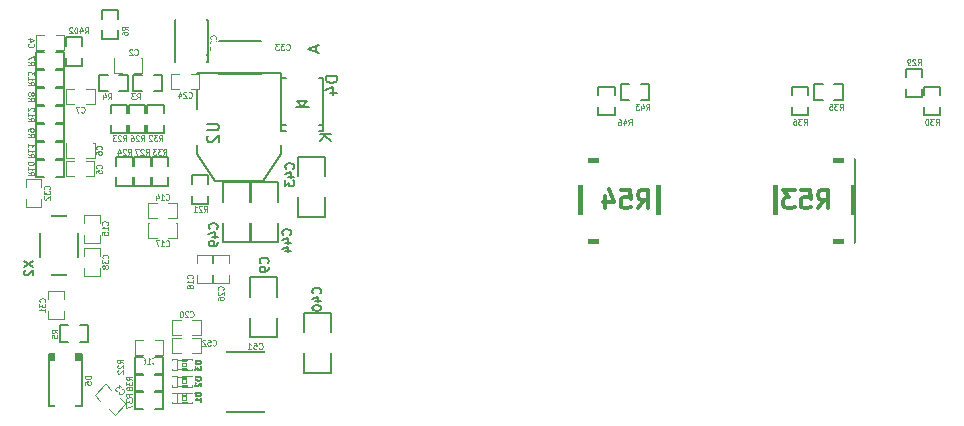
<source format=gbo>
G04 #@! TF.GenerationSoftware,KiCad,Pcbnew,(5.0.0-3-g5ebb6b6)*
G04 #@! TF.CreationDate,2018-09-28T14:58:41+02:00*
G04 #@! TF.ProjectId,VESC-5,564553432D352E6B696361645F706362,A*
G04 #@! TF.SameCoordinates,Original*
G04 #@! TF.FileFunction,Legend,Bot*
G04 #@! TF.FilePolarity,Positive*
%FSLAX46Y46*%
G04 Gerber Fmt 4.6, Leading zero omitted, Abs format (unit mm)*
G04 Created by KiCad (PCBNEW (5.0.0-3-g5ebb6b6)) date 2018 September 28, Friday 14:58:41*
%MOMM*%
%LPD*%
G01*
G04 APERTURE LIST*
%ADD10C,0.127000*%
%ADD11C,0.381000*%
%ADD12C,0.150000*%
%ADD13C,0.200660*%
%ADD14C,0.066040*%
%ADD15C,0.101600*%
%ADD16C,0.203200*%
%ADD17C,0.119380*%
%ADD18C,0.114300*%
%ADD19C,0.304800*%
%ADD20C,0.190500*%
%ADD21R,1.143000X0.635000*%
%ADD22C,4.064000*%
%ADD23R,2.400000X2.400000*%
%ADD24C,2.400000*%
%ADD25R,0.635000X1.143000*%
%ADD26R,0.889000X2.540000*%
%ADD27R,5.588000X2.540000*%
%ADD28R,1.800860X3.500120*%
%ADD29C,1.300480*%
%ADD30R,1.198880X1.699260*%
%ADD31O,1.198880X1.699260*%
%ADD32R,1.699260X2.540000*%
%ADD33R,1.198880X1.800860*%
%ADD34O,3.048000X1.524000*%
%ADD35R,2.499360X1.950720*%
%ADD36R,1.950720X2.499360*%
%ADD37R,1.849120X5.499100*%
%ADD38R,0.797560X0.797560*%
%ADD39R,2.032000X1.524000*%
%ADD40R,3.657600X2.032000*%
%ADD41R,1.016000X2.032000*%
%ADD42R,1.300000X1.300000*%
%ADD43C,1.300000*%
%ADD44C,0.635000*%
%ADD45C,0.100000*%
%ADD46C,1.000000*%
G04 APERTURE END LIST*
D10*
G04 #@! TO.C,R30*
X231203500Y-91757500D02*
X231203500Y-92463620D01*
X232600500Y-91757500D02*
X231203500Y-91757500D01*
X232600500Y-91757500D02*
X232600500Y-92463620D01*
X231203500Y-94170500D02*
X231203500Y-93464380D01*
X232600500Y-94170500D02*
X231203500Y-94170500D01*
X232600500Y-93464380D02*
X232600500Y-94170500D01*
G04 #@! TO.C,R46*
X203644500Y-91757500D02*
X203644500Y-92463620D01*
X205041500Y-91757500D02*
X203644500Y-91757500D01*
X205041500Y-91757500D02*
X205041500Y-92463620D01*
X203644500Y-94170500D02*
X203644500Y-93464380D01*
X205041500Y-94170500D02*
X203644500Y-94170500D01*
X205041500Y-93464380D02*
X205041500Y-94170500D01*
G04 #@! TO.C,R43*
X207962500Y-91503500D02*
X207256380Y-91503500D01*
X207962500Y-92900500D02*
X207962500Y-91503500D01*
X207962500Y-92900500D02*
X207256380Y-92900500D01*
X205549500Y-91503500D02*
X206255620Y-91503500D01*
X205549500Y-92900500D02*
X205549500Y-91503500D01*
X206255620Y-92900500D02*
X205549500Y-92900500D01*
G04 #@! TO.C,R29*
X229679500Y-90233500D02*
X229679500Y-90939620D01*
X231076500Y-90233500D02*
X229679500Y-90233500D01*
X231076500Y-90233500D02*
X231076500Y-90939620D01*
X229679500Y-92646500D02*
X229679500Y-91940380D01*
X231076500Y-92646500D02*
X229679500Y-92646500D01*
X231076500Y-91940380D02*
X231076500Y-92646500D01*
G04 #@! TO.C,R35*
X224345500Y-91503500D02*
X223639380Y-91503500D01*
X224345500Y-92900500D02*
X224345500Y-91503500D01*
X224345500Y-92900500D02*
X223639380Y-92900500D01*
X221932500Y-91503500D02*
X222638620Y-91503500D01*
X221932500Y-92900500D02*
X221932500Y-91503500D01*
X222638620Y-92900500D02*
X221932500Y-92900500D01*
D11*
G04 #@! TO.C,R54*
X202057000Y-104775000D02*
X202057000Y-97917000D01*
X208661000Y-104775000D02*
X202057000Y-104775000D01*
X208661000Y-97917000D02*
X208661000Y-104775000D01*
X202057000Y-97917000D02*
X208661000Y-97917000D01*
G04 #@! TO.C,R53*
X225171000Y-97917000D02*
X225171000Y-104775000D01*
X218567000Y-97917000D02*
X225171000Y-97917000D01*
X218567000Y-104775000D02*
X218567000Y-97917000D01*
X225171000Y-104775000D02*
X218567000Y-104775000D01*
D10*
G04 #@! TO.C,R36*
X220027500Y-91757500D02*
X220027500Y-92463620D01*
X221424500Y-91757500D02*
X220027500Y-91757500D01*
X221424500Y-91757500D02*
X221424500Y-92463620D01*
X220027500Y-94170500D02*
X220027500Y-93464380D01*
X221424500Y-94170500D02*
X220027500Y-94170500D01*
X221424500Y-93464380D02*
X221424500Y-94170500D01*
D12*
G04 #@! TO.C,D4*
X178562000Y-93468000D02*
X179012000Y-92918000D01*
X179012000Y-92918000D02*
X178112000Y-92918000D01*
X178112000Y-92918000D02*
X178562000Y-93468000D01*
X179112000Y-93468000D02*
X178012000Y-93468000D01*
X176811940Y-95017140D02*
X177162460Y-95017140D01*
X180312060Y-95017140D02*
X179961540Y-95017140D01*
X176811940Y-90967560D02*
X177162460Y-90967560D01*
X176811940Y-95468440D02*
X177162460Y-95468440D01*
X180312060Y-95468440D02*
X179961540Y-95468440D01*
X180312060Y-90967560D02*
X179961540Y-90967560D01*
X176811940Y-95468440D02*
X176811940Y-90967560D01*
X180312060Y-95468440D02*
X180312060Y-90967560D01*
D10*
G04 #@! TO.C,D5*
X157096460Y-114485420D02*
X159895540Y-114485420D01*
X159895540Y-114587020D02*
X157096460Y-114587020D01*
X157096460Y-114686080D02*
X159895540Y-114686080D01*
X159895540Y-114785140D02*
X157096460Y-114785140D01*
X159895540Y-114886740D02*
X157096460Y-114886740D01*
X159895540Y-114386360D02*
X159895540Y-118785640D01*
X159895540Y-118785640D02*
X157096460Y-118785640D01*
X157096460Y-118785640D02*
X157096460Y-114386360D01*
X157096460Y-114386360D02*
X159895540Y-114386360D01*
D13*
G04 #@! TO.C,X2*
X156387800Y-102656640D02*
X156387800Y-107655360D01*
X156387800Y-107655360D02*
X159588200Y-107655360D01*
X159588200Y-107655360D02*
X159588200Y-102656640D01*
X159588200Y-102656640D02*
X156387800Y-102656640D01*
D10*
G04 #@! TO.C,C25*
X167767000Y-89090500D02*
X170561000Y-89090500D01*
X167767000Y-89662000D02*
X167767000Y-86106000D01*
X167767000Y-86106000D02*
X170561000Y-86106000D01*
X170561000Y-86106000D02*
X170561000Y-89662000D01*
X170561000Y-89662000D02*
X167767000Y-89662000D01*
G04 #@! TO.C,C33*
X174498500Y-90620000D02*
X174498500Y-87826000D01*
X175070000Y-90620000D02*
X171514000Y-90620000D01*
X171514000Y-90620000D02*
X171514000Y-87826000D01*
X171514000Y-87826000D02*
X175070000Y-87826000D01*
X175070000Y-87826000D02*
X175070000Y-90620000D01*
G04 #@! TO.C,C51*
X171577000Y-114173000D02*
X171577000Y-119253000D01*
X175895000Y-114173000D02*
X175895000Y-119253000D01*
X176530000Y-114173000D02*
X170942000Y-114173000D01*
X170942000Y-114173000D02*
X170942000Y-119253000D01*
X170942000Y-119253000D02*
X176530000Y-119253000D01*
X176530000Y-119253000D02*
X176530000Y-114173000D01*
D14*
G04 #@! TO.C,D1*
X168851580Y-118559580D02*
X168851580Y-117660420D01*
X168851580Y-117660420D02*
X169250360Y-117660420D01*
X169250360Y-118559580D02*
X169250360Y-117660420D01*
X168851580Y-118559580D02*
X169250360Y-118559580D01*
X167553640Y-118559580D02*
X167553640Y-117660420D01*
X167553640Y-117660420D02*
X167952420Y-117660420D01*
X167952420Y-118559580D02*
X167952420Y-117660420D01*
X167553640Y-118559580D02*
X167952420Y-118559580D01*
X168402000Y-118559580D02*
X168402000Y-118409720D01*
X168402000Y-118409720D02*
X168701720Y-118409720D01*
X168701720Y-118559580D02*
X168701720Y-118409720D01*
X168402000Y-118559580D02*
X168701720Y-118559580D01*
X168402000Y-117810280D02*
X168402000Y-117660420D01*
X168402000Y-117660420D02*
X168701720Y-117660420D01*
X168701720Y-117810280D02*
X168701720Y-117660420D01*
X168402000Y-117810280D02*
X168701720Y-117810280D01*
X168402000Y-118259860D02*
X168402000Y-117960140D01*
X168402000Y-117960140D02*
X168701720Y-117960140D01*
X168701720Y-118259860D02*
X168701720Y-117960140D01*
X168402000Y-118259860D02*
X168701720Y-118259860D01*
D15*
X168851580Y-118508780D02*
X167952420Y-118508780D01*
X168851580Y-117711220D02*
X167952420Y-117711220D01*
D14*
G04 #@! TO.C,D2*
X168841580Y-117122580D02*
X168841580Y-116223420D01*
X168841580Y-116223420D02*
X169240360Y-116223420D01*
X169240360Y-117122580D02*
X169240360Y-116223420D01*
X168841580Y-117122580D02*
X169240360Y-117122580D01*
X167543640Y-117122580D02*
X167543640Y-116223420D01*
X167543640Y-116223420D02*
X167942420Y-116223420D01*
X167942420Y-117122580D02*
X167942420Y-116223420D01*
X167543640Y-117122580D02*
X167942420Y-117122580D01*
X168392000Y-117122580D02*
X168392000Y-116972720D01*
X168392000Y-116972720D02*
X168691720Y-116972720D01*
X168691720Y-117122580D02*
X168691720Y-116972720D01*
X168392000Y-117122580D02*
X168691720Y-117122580D01*
X168392000Y-116373280D02*
X168392000Y-116223420D01*
X168392000Y-116223420D02*
X168691720Y-116223420D01*
X168691720Y-116373280D02*
X168691720Y-116223420D01*
X168392000Y-116373280D02*
X168691720Y-116373280D01*
X168392000Y-116822860D02*
X168392000Y-116523140D01*
X168392000Y-116523140D02*
X168691720Y-116523140D01*
X168691720Y-116822860D02*
X168691720Y-116523140D01*
X168392000Y-116822860D02*
X168691720Y-116822860D01*
D15*
X168841580Y-117071780D02*
X167942420Y-117071780D01*
X168841580Y-116274220D02*
X167942420Y-116274220D01*
D14*
G04 #@! TO.C,D3*
X168841580Y-115722580D02*
X168841580Y-114823420D01*
X168841580Y-114823420D02*
X169240360Y-114823420D01*
X169240360Y-115722580D02*
X169240360Y-114823420D01*
X168841580Y-115722580D02*
X169240360Y-115722580D01*
X167543640Y-115722580D02*
X167543640Y-114823420D01*
X167543640Y-114823420D02*
X167942420Y-114823420D01*
X167942420Y-115722580D02*
X167942420Y-114823420D01*
X167543640Y-115722580D02*
X167942420Y-115722580D01*
X168392000Y-115722580D02*
X168392000Y-115572720D01*
X168392000Y-115572720D02*
X168691720Y-115572720D01*
X168691720Y-115722580D02*
X168691720Y-115572720D01*
X168392000Y-115722580D02*
X168691720Y-115722580D01*
X168392000Y-114973280D02*
X168392000Y-114823420D01*
X168392000Y-114823420D02*
X168691720Y-114823420D01*
X168691720Y-114973280D02*
X168691720Y-114823420D01*
X168392000Y-114973280D02*
X168691720Y-114973280D01*
X168392000Y-115422860D02*
X168392000Y-115123140D01*
X168392000Y-115123140D02*
X168691720Y-115123140D01*
X168691720Y-115422860D02*
X168691720Y-115123140D01*
X168392000Y-115422860D02*
X168691720Y-115422860D01*
D15*
X168841580Y-115671780D02*
X167942420Y-115671780D01*
X168841580Y-114874220D02*
X167942420Y-114874220D01*
D10*
G04 #@! TO.C,C9*
X174149000Y-107883000D02*
X176435000Y-107883000D01*
X176435000Y-107883000D02*
X176435000Y-109534000D01*
X174149000Y-111312000D02*
X174149000Y-112963000D01*
X174149000Y-112963000D02*
X176435000Y-112963000D01*
X176435000Y-112963000D02*
X176435000Y-111312000D01*
X174149000Y-109534000D02*
X174149000Y-107883000D01*
G04 #@! TO.C,C40*
X178689000Y-110871000D02*
X180975000Y-110871000D01*
X180975000Y-110871000D02*
X180975000Y-112522000D01*
X178689000Y-114300000D02*
X178689000Y-115951000D01*
X178689000Y-115951000D02*
X180975000Y-115951000D01*
X180975000Y-115951000D02*
X180975000Y-114300000D01*
X178689000Y-112522000D02*
X178689000Y-110871000D01*
G04 #@! TO.C,C43*
X178181000Y-97663000D02*
X180467000Y-97663000D01*
X180467000Y-97663000D02*
X180467000Y-99314000D01*
X178181000Y-101092000D02*
X178181000Y-102743000D01*
X178181000Y-102743000D02*
X180467000Y-102743000D01*
X180467000Y-102743000D02*
X180467000Y-101092000D01*
X178181000Y-99314000D02*
X178181000Y-97663000D01*
G04 #@! TO.C,C44*
X174244000Y-99822000D02*
X176530000Y-99822000D01*
X176530000Y-99822000D02*
X176530000Y-101473000D01*
X174244000Y-103251000D02*
X174244000Y-104902000D01*
X174244000Y-104902000D02*
X176530000Y-104902000D01*
X176530000Y-104902000D02*
X176530000Y-103251000D01*
X174244000Y-101473000D02*
X174244000Y-99822000D01*
G04 #@! TO.C,C49*
X171831000Y-99822000D02*
X174117000Y-99822000D01*
X174117000Y-99822000D02*
X174117000Y-101473000D01*
X171831000Y-103251000D02*
X171831000Y-104902000D01*
X171831000Y-104902000D02*
X174117000Y-104902000D01*
X174117000Y-104902000D02*
X174117000Y-103251000D01*
X171831000Y-101473000D02*
X171831000Y-99822000D01*
G04 #@! TO.C,R3*
X165992380Y-90724500D02*
X166698500Y-90724500D01*
X166698500Y-90724500D02*
X166698500Y-92121500D01*
X166698500Y-92121500D02*
X165992380Y-92121500D01*
X164285500Y-90724500D02*
X164991620Y-90724500D01*
X164285500Y-90724500D02*
X164285500Y-92121500D01*
X164285500Y-92121500D02*
X164991620Y-92121500D01*
G04 #@! TO.C,R4*
X162091620Y-92121500D02*
X161385500Y-92121500D01*
X161385500Y-92121500D02*
X161385500Y-90724500D01*
X161385500Y-90724500D02*
X162091620Y-90724500D01*
X163798500Y-92121500D02*
X163092380Y-92121500D01*
X163798500Y-92121500D02*
X163798500Y-90724500D01*
X163798500Y-90724500D02*
X163092380Y-90724500D01*
G04 #@! TO.C,R5*
X159758380Y-111950500D02*
X160464500Y-111950500D01*
X160464500Y-111950500D02*
X160464500Y-113347500D01*
X160464500Y-113347500D02*
X159758380Y-113347500D01*
X158051500Y-111950500D02*
X158757620Y-111950500D01*
X158051500Y-111950500D02*
X158051500Y-113347500D01*
X158051500Y-113347500D02*
X158757620Y-113347500D01*
G04 #@! TO.C,R6*
X162990500Y-86973380D02*
X162990500Y-87679500D01*
X162990500Y-87679500D02*
X161593500Y-87679500D01*
X161593500Y-87679500D02*
X161593500Y-86973380D01*
X162990500Y-85266500D02*
X162990500Y-85972620D01*
X162990500Y-85266500D02*
X161593500Y-85266500D01*
X161593500Y-85266500D02*
X161593500Y-85972620D01*
G04 #@! TO.C,R7*
X156725620Y-90233500D02*
X156019500Y-90233500D01*
X156019500Y-90233500D02*
X156019500Y-88836500D01*
X156019500Y-88836500D02*
X156725620Y-88836500D01*
X158432500Y-90233500D02*
X157726380Y-90233500D01*
X158432500Y-90233500D02*
X158432500Y-88836500D01*
X158432500Y-88836500D02*
X157726380Y-88836500D01*
G04 #@! TO.C,R8*
X156725620Y-93281500D02*
X156019500Y-93281500D01*
X156019500Y-93281500D02*
X156019500Y-91884500D01*
X156019500Y-91884500D02*
X156725620Y-91884500D01*
X158432500Y-93281500D02*
X157726380Y-93281500D01*
X158432500Y-93281500D02*
X158432500Y-91884500D01*
X158432500Y-91884500D02*
X157726380Y-91884500D01*
G04 #@! TO.C,R9*
X156725620Y-96329500D02*
X156019500Y-96329500D01*
X156019500Y-96329500D02*
X156019500Y-94932500D01*
X156019500Y-94932500D02*
X156725620Y-94932500D01*
X158432500Y-96329500D02*
X157726380Y-96329500D01*
X158432500Y-96329500D02*
X158432500Y-94932500D01*
X158432500Y-94932500D02*
X157726380Y-94932500D01*
G04 #@! TO.C,R10*
X156725620Y-99377500D02*
X156019500Y-99377500D01*
X156019500Y-99377500D02*
X156019500Y-97980500D01*
X156019500Y-97980500D02*
X156725620Y-97980500D01*
X158432500Y-99377500D02*
X157726380Y-99377500D01*
X158432500Y-99377500D02*
X158432500Y-97980500D01*
X158432500Y-97980500D02*
X157726380Y-97980500D01*
G04 #@! TO.C,R11*
X156725620Y-97853500D02*
X156019500Y-97853500D01*
X156019500Y-97853500D02*
X156019500Y-96456500D01*
X156019500Y-96456500D02*
X156725620Y-96456500D01*
X158432500Y-97853500D02*
X157726380Y-97853500D01*
X158432500Y-97853500D02*
X158432500Y-96456500D01*
X158432500Y-96456500D02*
X157726380Y-96456500D01*
G04 #@! TO.C,R12*
X156725620Y-94805500D02*
X156019500Y-94805500D01*
X156019500Y-94805500D02*
X156019500Y-93408500D01*
X156019500Y-93408500D02*
X156725620Y-93408500D01*
X158432500Y-94805500D02*
X157726380Y-94805500D01*
X158432500Y-94805500D02*
X158432500Y-93408500D01*
X158432500Y-93408500D02*
X157726380Y-93408500D01*
G04 #@! TO.C,R13*
X156725620Y-91757500D02*
X156019500Y-91757500D01*
X156019500Y-91757500D02*
X156019500Y-90360500D01*
X156019500Y-90360500D02*
X156725620Y-90360500D01*
X158432500Y-91757500D02*
X157726380Y-91757500D01*
X158432500Y-91757500D02*
X158432500Y-90360500D01*
X158432500Y-90360500D02*
X157726380Y-90360500D01*
G04 #@! TO.C,R21*
X169227500Y-99956620D02*
X169227500Y-99250500D01*
X169227500Y-99250500D02*
X170624500Y-99250500D01*
X170624500Y-99250500D02*
X170624500Y-99956620D01*
X169227500Y-101663500D02*
X169227500Y-100957380D01*
X169227500Y-101663500D02*
X170624500Y-101663500D01*
X170624500Y-101663500D02*
X170624500Y-100957380D01*
G04 #@! TO.C,R22*
X166092380Y-114624500D02*
X166798500Y-114624500D01*
X166798500Y-114624500D02*
X166798500Y-116021500D01*
X166798500Y-116021500D02*
X166092380Y-116021500D01*
X164385500Y-114624500D02*
X165091620Y-114624500D01*
X164385500Y-114624500D02*
X164385500Y-116021500D01*
X164385500Y-116021500D02*
X165091620Y-116021500D01*
G04 #@! TO.C,R23*
X162369500Y-93987620D02*
X162369500Y-93281500D01*
X162369500Y-93281500D02*
X163766500Y-93281500D01*
X163766500Y-93281500D02*
X163766500Y-93987620D01*
X162369500Y-95694500D02*
X162369500Y-94988380D01*
X162369500Y-95694500D02*
X163766500Y-95694500D01*
X163766500Y-95694500D02*
X163766500Y-94988380D01*
G04 #@! TO.C,R24*
X164240500Y-99423380D02*
X164240500Y-100129500D01*
X164240500Y-100129500D02*
X162843500Y-100129500D01*
X162843500Y-100129500D02*
X162843500Y-99423380D01*
X164240500Y-97716500D02*
X164240500Y-98422620D01*
X164240500Y-97716500D02*
X162843500Y-97716500D01*
X162843500Y-97716500D02*
X162843500Y-98422620D01*
G04 #@! TO.C,R26*
X163893500Y-93987620D02*
X163893500Y-93281500D01*
X163893500Y-93281500D02*
X165290500Y-93281500D01*
X165290500Y-93281500D02*
X165290500Y-93987620D01*
X163893500Y-95694500D02*
X163893500Y-94988380D01*
X163893500Y-95694500D02*
X165290500Y-95694500D01*
X165290500Y-95694500D02*
X165290500Y-94988380D01*
G04 #@! TO.C,R27*
X165740500Y-99423380D02*
X165740500Y-100129500D01*
X165740500Y-100129500D02*
X164343500Y-100129500D01*
X164343500Y-100129500D02*
X164343500Y-99423380D01*
X165740500Y-97716500D02*
X165740500Y-98422620D01*
X165740500Y-97716500D02*
X164343500Y-97716500D01*
X164343500Y-97716500D02*
X164343500Y-98422620D01*
G04 #@! TO.C,R32*
X165443500Y-93972620D02*
X165443500Y-93266500D01*
X165443500Y-93266500D02*
X166840500Y-93266500D01*
X166840500Y-93266500D02*
X166840500Y-93972620D01*
X165443500Y-95679500D02*
X165443500Y-94973380D01*
X165443500Y-95679500D02*
X166840500Y-95679500D01*
X166840500Y-95679500D02*
X166840500Y-94973380D01*
G04 #@! TO.C,R33*
X167240500Y-99423380D02*
X167240500Y-100129500D01*
X167240500Y-100129500D02*
X165843500Y-100129500D01*
X165843500Y-100129500D02*
X165843500Y-99423380D01*
X167240500Y-97716500D02*
X167240500Y-98422620D01*
X167240500Y-97716500D02*
X165843500Y-97716500D01*
X165843500Y-97716500D02*
X165843500Y-98422620D01*
G04 #@! TO.C,R37*
X166092380Y-117624500D02*
X166798500Y-117624500D01*
X166798500Y-117624500D02*
X166798500Y-119021500D01*
X166798500Y-119021500D02*
X166092380Y-119021500D01*
X164385500Y-117624500D02*
X165091620Y-117624500D01*
X164385500Y-117624500D02*
X164385500Y-119021500D01*
X164385500Y-119021500D02*
X165091620Y-119021500D01*
G04 #@! TO.C,R38*
X166092380Y-116124500D02*
X166798500Y-116124500D01*
X166798500Y-116124500D02*
X166798500Y-117521500D01*
X166798500Y-117521500D02*
X166092380Y-117521500D01*
X164385500Y-116124500D02*
X165091620Y-116124500D01*
X164385500Y-116124500D02*
X164385500Y-117521500D01*
X164385500Y-117521500D02*
X165091620Y-117521500D01*
G04 #@! TO.C,R402*
X159956500Y-89273380D02*
X159956500Y-89979500D01*
X159956500Y-89979500D02*
X158559500Y-89979500D01*
X158559500Y-89979500D02*
X158559500Y-89273380D01*
X159956500Y-87566500D02*
X159956500Y-88272620D01*
X159956500Y-87566500D02*
X158559500Y-87566500D01*
X158559500Y-87566500D02*
X158559500Y-88272620D01*
D16*
G04 #@! TO.C,U2*
X169672000Y-93599000D02*
X169672000Y-90551000D01*
X169672000Y-90551000D02*
X176784000Y-90551000D01*
X176784000Y-90551000D02*
X176784000Y-93599000D01*
X169672000Y-96647000D02*
X169672000Y-97409000D01*
X169672000Y-97409000D02*
X171196000Y-99695000D01*
X171196000Y-99695000D02*
X175260000Y-99695000D01*
X175260000Y-99695000D02*
X176784000Y-97409000D01*
X176784000Y-97409000D02*
X176784000Y-96647000D01*
D17*
G04 #@! TO.C,C26*
X172354240Y-107688380D02*
X172354240Y-108386880D01*
X172354240Y-106687620D02*
X172354240Y-105989120D01*
X171053760Y-107688380D02*
X171053760Y-108386880D01*
X171053760Y-105989120D02*
X171053760Y-106687620D01*
X171069000Y-108386880D02*
X172339000Y-108386880D01*
X172339000Y-105989120D02*
X171069000Y-105989120D01*
G04 #@! TO.C,C52*
X169283380Y-113014760D02*
X169981880Y-113014760D01*
X168282620Y-113014760D02*
X167584120Y-113014760D01*
X169283380Y-114315240D02*
X169981880Y-114315240D01*
X167584120Y-114315240D02*
X168282620Y-114315240D01*
X169981880Y-114300000D02*
X169981880Y-113030000D01*
X167584120Y-113030000D02*
X167584120Y-114300000D01*
G04 #@! TO.C,C38*
X160131760Y-106052620D02*
X160131760Y-105354120D01*
X160131760Y-107053380D02*
X160131760Y-107751880D01*
X161432240Y-106052620D02*
X161432240Y-105354120D01*
X161432240Y-107751880D02*
X161432240Y-107053380D01*
X161417000Y-105354120D02*
X160147000Y-105354120D01*
X160147000Y-107751880D02*
X161417000Y-107751880D01*
G04 #@! TO.C,C32*
X155178760Y-100210620D02*
X155178760Y-99512120D01*
X155178760Y-101211380D02*
X155178760Y-101909880D01*
X156479240Y-100210620D02*
X156479240Y-99512120D01*
X156479240Y-101909880D02*
X156479240Y-101211380D01*
X156464000Y-99512120D02*
X155194000Y-99512120D01*
X155194000Y-101909880D02*
X156464000Y-101909880D01*
G04 #@! TO.C,C31*
X158384240Y-110736380D02*
X158384240Y-111434880D01*
X158384240Y-109735620D02*
X158384240Y-109037120D01*
X157083760Y-110736380D02*
X157083760Y-111434880D01*
X157083760Y-109037120D02*
X157083760Y-109735620D01*
X157099000Y-111434880D02*
X158369000Y-111434880D01*
X158369000Y-109037120D02*
X157099000Y-109037120D01*
G04 #@! TO.C,C24*
X169156380Y-90662760D02*
X169854880Y-90662760D01*
X168155620Y-90662760D02*
X167457120Y-90662760D01*
X169156380Y-91963240D02*
X169854880Y-91963240D01*
X167457120Y-91963240D02*
X168155620Y-91963240D01*
X169854880Y-91948000D02*
X169854880Y-90678000D01*
X167457120Y-90678000D02*
X167457120Y-91948000D01*
G04 #@! TO.C,C20*
X169283380Y-111490760D02*
X169981880Y-111490760D01*
X168282620Y-111490760D02*
X167584120Y-111490760D01*
X169283380Y-112791240D02*
X169981880Y-112791240D01*
X167584120Y-112791240D02*
X168282620Y-112791240D01*
X169981880Y-112776000D02*
X169981880Y-111506000D01*
X167584120Y-111506000D02*
X167584120Y-112776000D01*
G04 #@! TO.C,C18*
X170957240Y-107688380D02*
X170957240Y-108386880D01*
X170957240Y-106687620D02*
X170957240Y-105989120D01*
X169656760Y-107688380D02*
X169656760Y-108386880D01*
X169656760Y-105989120D02*
X169656760Y-106687620D01*
X169672000Y-108386880D02*
X170942000Y-108386880D01*
X170942000Y-105989120D02*
X169672000Y-105989120D01*
G04 #@! TO.C,C17*
X167251380Y-103235760D02*
X167949880Y-103235760D01*
X166250620Y-103235760D02*
X165552120Y-103235760D01*
X167251380Y-104536240D02*
X167949880Y-104536240D01*
X165552120Y-104536240D02*
X166250620Y-104536240D01*
X167949880Y-104521000D02*
X167949880Y-103251000D01*
X165552120Y-103251000D02*
X165552120Y-104521000D01*
G04 #@! TO.C,C16*
X166092380Y-113172760D02*
X166790880Y-113172760D01*
X165091620Y-113172760D02*
X164393120Y-113172760D01*
X166092380Y-114473240D02*
X166790880Y-114473240D01*
X164393120Y-114473240D02*
X165091620Y-114473240D01*
X166790880Y-114458000D02*
X166790880Y-113188000D01*
X164393120Y-113188000D02*
X164393120Y-114458000D01*
G04 #@! TO.C,C15*
X161432240Y-104259380D02*
X161432240Y-104957880D01*
X161432240Y-103258620D02*
X161432240Y-102560120D01*
X160131760Y-104259380D02*
X160131760Y-104957880D01*
X160131760Y-102560120D02*
X160131760Y-103258620D01*
X160147000Y-104957880D02*
X161417000Y-104957880D01*
X161417000Y-102560120D02*
X160147000Y-102560120D01*
G04 #@! TO.C,C14*
X166250620Y-102885240D02*
X165552120Y-102885240D01*
X167251380Y-102885240D02*
X167949880Y-102885240D01*
X166250620Y-101584760D02*
X165552120Y-101584760D01*
X167949880Y-101584760D02*
X167251380Y-101584760D01*
X165552120Y-101600000D02*
X165552120Y-102870000D01*
X167949880Y-102870000D02*
X167949880Y-101600000D01*
G04 #@! TO.C,C7*
X160292380Y-91922760D02*
X160990880Y-91922760D01*
X159291620Y-91922760D02*
X158593120Y-91922760D01*
X160292380Y-93223240D02*
X160990880Y-93223240D01*
X158593120Y-93223240D02*
X159291620Y-93223240D01*
X160990880Y-93208000D02*
X160990880Y-91938000D01*
X158593120Y-91938000D02*
X158593120Y-93208000D01*
G04 #@! TO.C,C6*
X160292380Y-96472760D02*
X160990880Y-96472760D01*
X159291620Y-96472760D02*
X158593120Y-96472760D01*
X160292380Y-97773240D02*
X160990880Y-97773240D01*
X158593120Y-97773240D02*
X159291620Y-97773240D01*
X160990880Y-97758000D02*
X160990880Y-96488000D01*
X158593120Y-96488000D02*
X158593120Y-97758000D01*
G04 #@! TO.C,C5*
X160266380Y-98028760D02*
X160964880Y-98028760D01*
X159265620Y-98028760D02*
X158567120Y-98028760D01*
X160266380Y-99329240D02*
X160964880Y-99329240D01*
X158567120Y-99329240D02*
X159265620Y-99329240D01*
X160964880Y-99314000D02*
X160964880Y-98044000D01*
X158567120Y-98044000D02*
X158567120Y-99314000D01*
G04 #@! TO.C,C4*
X156725620Y-88661240D02*
X156027120Y-88661240D01*
X157726380Y-88661240D02*
X158424880Y-88661240D01*
X156725620Y-87360760D02*
X156027120Y-87360760D01*
X158424880Y-87360760D02*
X157726380Y-87360760D01*
X156027120Y-87376000D02*
X156027120Y-88646000D01*
X158424880Y-88646000D02*
X158424880Y-87376000D01*
G04 #@! TO.C,C3*
X161492389Y-118342967D02*
X160998475Y-117849053D01*
X162200033Y-119050611D02*
X162693947Y-119544525D01*
X162411967Y-117423389D02*
X161918053Y-116929475D01*
X163613525Y-118624947D02*
X163119611Y-118131033D01*
X161907277Y-116940251D02*
X161009251Y-117838277D01*
X162704723Y-119533749D02*
X163602749Y-118635723D01*
G04 #@! TO.C,C2*
X163329620Y-90566240D02*
X162631120Y-90566240D01*
X164330380Y-90566240D02*
X165028880Y-90566240D01*
X163329620Y-89265760D02*
X162631120Y-89265760D01*
X165028880Y-89265760D02*
X164330380Y-89265760D01*
X162631120Y-89281000D02*
X162631120Y-90551000D01*
X165028880Y-90551000D02*
X165028880Y-89281000D01*
G04 #@! TO.C,R30*
D18*
X232195914Y-94968362D02*
X232348314Y-94730086D01*
X232457171Y-94968362D02*
X232457171Y-94467982D01*
X232283000Y-94467982D01*
X232239457Y-94491810D01*
X232217685Y-94515637D01*
X232195914Y-94563292D01*
X232195914Y-94634775D01*
X232217685Y-94682430D01*
X232239457Y-94706258D01*
X232283000Y-94730086D01*
X232457171Y-94730086D01*
X232043514Y-94467982D02*
X231760485Y-94467982D01*
X231912885Y-94658603D01*
X231847571Y-94658603D01*
X231804028Y-94682430D01*
X231782257Y-94706258D01*
X231760485Y-94753913D01*
X231760485Y-94873051D01*
X231782257Y-94920707D01*
X231804028Y-94944534D01*
X231847571Y-94968362D01*
X231978200Y-94968362D01*
X232021742Y-94944534D01*
X232043514Y-94920707D01*
X231477457Y-94467982D02*
X231433914Y-94467982D01*
X231390371Y-94491810D01*
X231368600Y-94515637D01*
X231346828Y-94563292D01*
X231325057Y-94658603D01*
X231325057Y-94777741D01*
X231346828Y-94873051D01*
X231368600Y-94920707D01*
X231390371Y-94944534D01*
X231433914Y-94968362D01*
X231477457Y-94968362D01*
X231521000Y-94944534D01*
X231542771Y-94920707D01*
X231564542Y-94873051D01*
X231586314Y-94777741D01*
X231586314Y-94658603D01*
X231564542Y-94563292D01*
X231542771Y-94515637D01*
X231521000Y-94491810D01*
X231477457Y-94467982D01*
G04 #@! TO.C,R46*
X206197621Y-94997478D02*
X206350021Y-94759202D01*
X206458878Y-94997478D02*
X206458878Y-94497098D01*
X206284707Y-94497098D01*
X206241164Y-94520926D01*
X206219392Y-94544753D01*
X206197621Y-94592408D01*
X206197621Y-94663891D01*
X206219392Y-94711546D01*
X206241164Y-94735374D01*
X206284707Y-94759202D01*
X206458878Y-94759202D01*
X205805735Y-94663891D02*
X205805735Y-94997478D01*
X205914592Y-94473270D02*
X206023449Y-94830685D01*
X205740421Y-94830685D01*
X205370307Y-94497098D02*
X205457392Y-94497098D01*
X205500935Y-94520926D01*
X205522707Y-94544753D01*
X205566249Y-94616236D01*
X205588021Y-94711546D01*
X205588021Y-94902167D01*
X205566249Y-94949823D01*
X205544478Y-94973650D01*
X205500935Y-94997478D01*
X205413849Y-94997478D01*
X205370307Y-94973650D01*
X205348535Y-94949823D01*
X205326764Y-94902167D01*
X205326764Y-94783029D01*
X205348535Y-94735374D01*
X205370307Y-94711546D01*
X205413849Y-94687719D01*
X205500935Y-94687719D01*
X205544478Y-94711546D01*
X205566249Y-94735374D01*
X205588021Y-94783029D01*
G04 #@! TO.C,R43*
X207684914Y-93698362D02*
X207837314Y-93460086D01*
X207946171Y-93698362D02*
X207946171Y-93197982D01*
X207772000Y-93197982D01*
X207728457Y-93221810D01*
X207706685Y-93245637D01*
X207684914Y-93293292D01*
X207684914Y-93364775D01*
X207706685Y-93412430D01*
X207728457Y-93436258D01*
X207772000Y-93460086D01*
X207946171Y-93460086D01*
X207293028Y-93364775D02*
X207293028Y-93698362D01*
X207401885Y-93174154D02*
X207510742Y-93531569D01*
X207227714Y-93531569D01*
X207097085Y-93197982D02*
X206814057Y-93197982D01*
X206966457Y-93388603D01*
X206901142Y-93388603D01*
X206857600Y-93412430D01*
X206835828Y-93436258D01*
X206814057Y-93483913D01*
X206814057Y-93603051D01*
X206835828Y-93650707D01*
X206857600Y-93674534D01*
X206901142Y-93698362D01*
X207031771Y-93698362D01*
X207075314Y-93674534D01*
X207097085Y-93650707D01*
G04 #@! TO.C,R29*
X230671914Y-89888362D02*
X230824314Y-89650086D01*
X230933171Y-89888362D02*
X230933171Y-89387982D01*
X230759000Y-89387982D01*
X230715457Y-89411810D01*
X230693685Y-89435637D01*
X230671914Y-89483292D01*
X230671914Y-89554775D01*
X230693685Y-89602430D01*
X230715457Y-89626258D01*
X230759000Y-89650086D01*
X230933171Y-89650086D01*
X230497742Y-89435637D02*
X230475971Y-89411810D01*
X230432428Y-89387982D01*
X230323571Y-89387982D01*
X230280028Y-89411810D01*
X230258257Y-89435637D01*
X230236485Y-89483292D01*
X230236485Y-89530948D01*
X230258257Y-89602430D01*
X230519514Y-89888362D01*
X230236485Y-89888362D01*
X230018771Y-89888362D02*
X229931685Y-89888362D01*
X229888142Y-89864534D01*
X229866371Y-89840707D01*
X229822828Y-89769224D01*
X229801057Y-89673913D01*
X229801057Y-89483292D01*
X229822828Y-89435637D01*
X229844600Y-89411810D01*
X229888142Y-89387982D01*
X229975228Y-89387982D01*
X230018771Y-89411810D01*
X230040542Y-89435637D01*
X230062314Y-89483292D01*
X230062314Y-89602430D01*
X230040542Y-89650086D01*
X230018771Y-89673913D01*
X229975228Y-89697741D01*
X229888142Y-89697741D01*
X229844600Y-89673913D01*
X229822828Y-89650086D01*
X229801057Y-89602430D01*
G04 #@! TO.C,R35*
X224067914Y-93698362D02*
X224220314Y-93460086D01*
X224329171Y-93698362D02*
X224329171Y-93197982D01*
X224155000Y-93197982D01*
X224111457Y-93221810D01*
X224089685Y-93245637D01*
X224067914Y-93293292D01*
X224067914Y-93364775D01*
X224089685Y-93412430D01*
X224111457Y-93436258D01*
X224155000Y-93460086D01*
X224329171Y-93460086D01*
X223915514Y-93197982D02*
X223632485Y-93197982D01*
X223784885Y-93388603D01*
X223719571Y-93388603D01*
X223676028Y-93412430D01*
X223654257Y-93436258D01*
X223632485Y-93483913D01*
X223632485Y-93603051D01*
X223654257Y-93650707D01*
X223676028Y-93674534D01*
X223719571Y-93698362D01*
X223850200Y-93698362D01*
X223893742Y-93674534D01*
X223915514Y-93650707D01*
X223218828Y-93197982D02*
X223436542Y-93197982D01*
X223458314Y-93436258D01*
X223436542Y-93412430D01*
X223393000Y-93388603D01*
X223284142Y-93388603D01*
X223240600Y-93412430D01*
X223218828Y-93436258D01*
X223197057Y-93483913D01*
X223197057Y-93603051D01*
X223218828Y-93650707D01*
X223240600Y-93674534D01*
X223284142Y-93698362D01*
X223393000Y-93698362D01*
X223436542Y-93674534D01*
X223458314Y-93650707D01*
G04 #@! TO.C,R54*
D19*
X206973714Y-102035428D02*
X207481714Y-101309714D01*
X207844571Y-102035428D02*
X207844571Y-100511428D01*
X207264000Y-100511428D01*
X207118857Y-100584000D01*
X207046285Y-100656571D01*
X206973714Y-100801714D01*
X206973714Y-101019428D01*
X207046285Y-101164571D01*
X207118857Y-101237142D01*
X207264000Y-101309714D01*
X207844571Y-101309714D01*
X205594857Y-100511428D02*
X206320571Y-100511428D01*
X206393142Y-101237142D01*
X206320571Y-101164571D01*
X206175428Y-101092000D01*
X205812571Y-101092000D01*
X205667428Y-101164571D01*
X205594857Y-101237142D01*
X205522285Y-101382285D01*
X205522285Y-101745142D01*
X205594857Y-101890285D01*
X205667428Y-101962857D01*
X205812571Y-102035428D01*
X206175428Y-102035428D01*
X206320571Y-101962857D01*
X206393142Y-101890285D01*
X204216000Y-101019428D02*
X204216000Y-102035428D01*
X204578857Y-100438857D02*
X204941714Y-101527428D01*
X203998285Y-101527428D01*
G04 #@! TO.C,R53*
X222213714Y-102035428D02*
X222721714Y-101309714D01*
X223084571Y-102035428D02*
X223084571Y-100511428D01*
X222504000Y-100511428D01*
X222358857Y-100584000D01*
X222286285Y-100656571D01*
X222213714Y-100801714D01*
X222213714Y-101019428D01*
X222286285Y-101164571D01*
X222358857Y-101237142D01*
X222504000Y-101309714D01*
X223084571Y-101309714D01*
X220834857Y-100511428D02*
X221560571Y-100511428D01*
X221633142Y-101237142D01*
X221560571Y-101164571D01*
X221415428Y-101092000D01*
X221052571Y-101092000D01*
X220907428Y-101164571D01*
X220834857Y-101237142D01*
X220762285Y-101382285D01*
X220762285Y-101745142D01*
X220834857Y-101890285D01*
X220907428Y-101962857D01*
X221052571Y-102035428D01*
X221415428Y-102035428D01*
X221560571Y-101962857D01*
X221633142Y-101890285D01*
X220254285Y-100511428D02*
X219310857Y-100511428D01*
X219818857Y-101092000D01*
X219601142Y-101092000D01*
X219456000Y-101164571D01*
X219383428Y-101237142D01*
X219310857Y-101382285D01*
X219310857Y-101745142D01*
X219383428Y-101890285D01*
X219456000Y-101962857D01*
X219601142Y-102035428D01*
X220036571Y-102035428D01*
X220181714Y-101962857D01*
X220254285Y-101890285D01*
G04 #@! TO.C,R36*
D18*
X221019914Y-94968362D02*
X221172314Y-94730086D01*
X221281171Y-94968362D02*
X221281171Y-94467982D01*
X221107000Y-94467982D01*
X221063457Y-94491810D01*
X221041685Y-94515637D01*
X221019914Y-94563292D01*
X221019914Y-94634775D01*
X221041685Y-94682430D01*
X221063457Y-94706258D01*
X221107000Y-94730086D01*
X221281171Y-94730086D01*
X220867514Y-94467982D02*
X220584485Y-94467982D01*
X220736885Y-94658603D01*
X220671571Y-94658603D01*
X220628028Y-94682430D01*
X220606257Y-94706258D01*
X220584485Y-94753913D01*
X220584485Y-94873051D01*
X220606257Y-94920707D01*
X220628028Y-94944534D01*
X220671571Y-94968362D01*
X220802200Y-94968362D01*
X220845742Y-94944534D01*
X220867514Y-94920707D01*
X220192600Y-94467982D02*
X220279685Y-94467982D01*
X220323228Y-94491810D01*
X220345000Y-94515637D01*
X220388542Y-94587120D01*
X220410314Y-94682430D01*
X220410314Y-94873051D01*
X220388542Y-94920707D01*
X220366771Y-94944534D01*
X220323228Y-94968362D01*
X220236142Y-94968362D01*
X220192600Y-94944534D01*
X220170828Y-94920707D01*
X220149057Y-94873051D01*
X220149057Y-94753913D01*
X220170828Y-94706258D01*
X220192600Y-94682430D01*
X220236142Y-94658603D01*
X220323228Y-94658603D01*
X220366771Y-94682430D01*
X220388542Y-94706258D01*
X220410314Y-94753913D01*
G04 #@! TO.C,D4*
D12*
X181554380Y-90828904D02*
X180554380Y-90828904D01*
X180554380Y-91067000D01*
X180602000Y-91209857D01*
X180697238Y-91305095D01*
X180792476Y-91352714D01*
X180982952Y-91400333D01*
X181125809Y-91400333D01*
X181316285Y-91352714D01*
X181411523Y-91305095D01*
X181506761Y-91209857D01*
X181554380Y-91067000D01*
X181554380Y-90828904D01*
X180887714Y-92257476D02*
X181554380Y-92257476D01*
X180506761Y-92019380D02*
X181221047Y-91781285D01*
X181221047Y-92400333D01*
X181046380Y-95750095D02*
X180046380Y-95750095D01*
X181046380Y-96321523D02*
X180474952Y-95892952D01*
X180046380Y-96321523D02*
X180617809Y-95750095D01*
X179744666Y-88280904D02*
X179744666Y-88757095D01*
X180030380Y-88185666D02*
X179030380Y-88519000D01*
X180030380Y-88852333D01*
G04 #@! TO.C,D5*
D17*
X160690862Y-116216671D02*
X160190482Y-116216671D01*
X160190482Y-116335810D01*
X160214310Y-116407292D01*
X160261965Y-116454948D01*
X160309620Y-116478775D01*
X160404930Y-116502603D01*
X160476413Y-116502603D01*
X160571724Y-116478775D01*
X160619379Y-116454948D01*
X160667034Y-116407292D01*
X160690862Y-116335810D01*
X160690862Y-116216671D01*
X160190482Y-116955328D02*
X160190482Y-116717051D01*
X160428758Y-116693224D01*
X160404930Y-116717051D01*
X160381103Y-116764707D01*
X160381103Y-116883845D01*
X160404930Y-116931500D01*
X160428758Y-116955328D01*
X160476413Y-116979155D01*
X160595551Y-116979155D01*
X160643207Y-116955328D01*
X160667034Y-116931500D01*
X160690862Y-116883845D01*
X160690862Y-116764707D01*
X160667034Y-116717051D01*
X160643207Y-116693224D01*
G04 #@! TO.C,X2*
D20*
X155024714Y-106506142D02*
X155786714Y-107014142D01*
X155024714Y-107014142D02*
X155786714Y-106506142D01*
X155097285Y-107268142D02*
X155061000Y-107304428D01*
X155024714Y-107377000D01*
X155024714Y-107558428D01*
X155061000Y-107631000D01*
X155097285Y-107667285D01*
X155169857Y-107703571D01*
X155242428Y-107703571D01*
X155351285Y-107667285D01*
X155786714Y-107231857D01*
X155786714Y-107703571D01*
G04 #@! TO.C,C25*
D17*
X171247707Y-87689327D02*
X171271534Y-87665499D01*
X171295362Y-87594016D01*
X171295362Y-87546361D01*
X171271534Y-87474878D01*
X171223879Y-87427223D01*
X171176224Y-87403395D01*
X171080913Y-87379568D01*
X171009430Y-87379568D01*
X170914120Y-87403395D01*
X170866465Y-87427223D01*
X170818810Y-87474878D01*
X170794982Y-87546361D01*
X170794982Y-87594016D01*
X170818810Y-87665499D01*
X170842637Y-87689327D01*
X170842637Y-87879948D02*
X170818810Y-87903775D01*
X170794982Y-87951430D01*
X170794982Y-88070569D01*
X170818810Y-88118224D01*
X170842637Y-88142051D01*
X170890292Y-88165879D01*
X170937948Y-88165879D01*
X171009430Y-88142051D01*
X171295362Y-87856120D01*
X171295362Y-88165879D01*
X170794982Y-88618604D02*
X170794982Y-88380328D01*
X171033258Y-88356500D01*
X171009430Y-88380328D01*
X170985603Y-88427983D01*
X170985603Y-88547121D01*
X171009430Y-88594776D01*
X171033258Y-88618604D01*
X171080913Y-88642431D01*
X171200051Y-88642431D01*
X171247707Y-88618604D01*
X171271534Y-88594776D01*
X171295362Y-88547121D01*
X171295362Y-88427983D01*
X171271534Y-88380328D01*
X171247707Y-88356500D01*
G04 #@! TO.C,C33*
X177232672Y-88570707D02*
X177256500Y-88594534D01*
X177327983Y-88618362D01*
X177375638Y-88618362D01*
X177447121Y-88594534D01*
X177494776Y-88546879D01*
X177518604Y-88499224D01*
X177542431Y-88403913D01*
X177542431Y-88332430D01*
X177518604Y-88237120D01*
X177494776Y-88189465D01*
X177447121Y-88141810D01*
X177375638Y-88117982D01*
X177327983Y-88117982D01*
X177256500Y-88141810D01*
X177232672Y-88165637D01*
X177065879Y-88117982D02*
X176756120Y-88117982D01*
X176922913Y-88308603D01*
X176851430Y-88308603D01*
X176803775Y-88332430D01*
X176779948Y-88356258D01*
X176756120Y-88403913D01*
X176756120Y-88523051D01*
X176779948Y-88570707D01*
X176803775Y-88594534D01*
X176851430Y-88618362D01*
X176994396Y-88618362D01*
X177042051Y-88594534D01*
X177065879Y-88570707D01*
X176589327Y-88117982D02*
X176279568Y-88117982D01*
X176446361Y-88308603D01*
X176374878Y-88308603D01*
X176327223Y-88332430D01*
X176303395Y-88356258D01*
X176279568Y-88403913D01*
X176279568Y-88523051D01*
X176303395Y-88570707D01*
X176327223Y-88594534D01*
X176374878Y-88618362D01*
X176517844Y-88618362D01*
X176565499Y-88594534D01*
X176589327Y-88570707D01*
G04 #@! TO.C,C51*
X174913672Y-113901707D02*
X174937500Y-113925534D01*
X175008983Y-113949362D01*
X175056638Y-113949362D01*
X175128121Y-113925534D01*
X175175776Y-113877879D01*
X175199604Y-113830224D01*
X175223431Y-113734913D01*
X175223431Y-113663430D01*
X175199604Y-113568120D01*
X175175776Y-113520465D01*
X175128121Y-113472810D01*
X175056638Y-113448982D01*
X175008983Y-113448982D01*
X174937500Y-113472810D01*
X174913672Y-113496637D01*
X174460948Y-113448982D02*
X174699224Y-113448982D01*
X174723051Y-113687258D01*
X174699224Y-113663430D01*
X174651569Y-113639603D01*
X174532430Y-113639603D01*
X174484775Y-113663430D01*
X174460948Y-113687258D01*
X174437120Y-113734913D01*
X174437120Y-113854051D01*
X174460948Y-113901707D01*
X174484775Y-113925534D01*
X174532430Y-113949362D01*
X174651569Y-113949362D01*
X174699224Y-113925534D01*
X174723051Y-113901707D01*
X173960568Y-113949362D02*
X174246499Y-113949362D01*
X174103533Y-113949362D02*
X174103533Y-113448982D01*
X174151189Y-113520465D01*
X174198844Y-113568120D01*
X174246499Y-113591948D01*
G04 #@! TO.C,D1*
D10*
X170021809Y-117648047D02*
X169513809Y-117648047D01*
X169513809Y-117769000D01*
X169538000Y-117841571D01*
X169586380Y-117889952D01*
X169634761Y-117914142D01*
X169731523Y-117938333D01*
X169804095Y-117938333D01*
X169900857Y-117914142D01*
X169949238Y-117889952D01*
X169997619Y-117841571D01*
X170021809Y-117769000D01*
X170021809Y-117648047D01*
X170021809Y-118422142D02*
X170021809Y-118131857D01*
X170021809Y-118277000D02*
X169513809Y-118277000D01*
X169586380Y-118228619D01*
X169634761Y-118180238D01*
X169658952Y-118131857D01*
G04 #@! TO.C,D2*
X170011809Y-116335047D02*
X169503809Y-116335047D01*
X169503809Y-116456000D01*
X169528000Y-116528571D01*
X169576380Y-116576952D01*
X169624761Y-116601142D01*
X169721523Y-116625333D01*
X169794095Y-116625333D01*
X169890857Y-116601142D01*
X169939238Y-116576952D01*
X169987619Y-116528571D01*
X170011809Y-116456000D01*
X170011809Y-116335047D01*
X169552190Y-116818857D02*
X169528000Y-116843047D01*
X169503809Y-116891428D01*
X169503809Y-117012380D01*
X169528000Y-117060761D01*
X169552190Y-117084952D01*
X169600571Y-117109142D01*
X169648952Y-117109142D01*
X169721523Y-117084952D01*
X170011809Y-116794666D01*
X170011809Y-117109142D01*
G04 #@! TO.C,D3*
X170021809Y-114948047D02*
X169513809Y-114948047D01*
X169513809Y-115069000D01*
X169538000Y-115141571D01*
X169586380Y-115189952D01*
X169634761Y-115214142D01*
X169731523Y-115238333D01*
X169804095Y-115238333D01*
X169900857Y-115214142D01*
X169949238Y-115189952D01*
X169997619Y-115141571D01*
X170021809Y-115069000D01*
X170021809Y-114948047D01*
X169513809Y-115407666D02*
X169513809Y-115722142D01*
X169707333Y-115552809D01*
X169707333Y-115625380D01*
X169731523Y-115673761D01*
X169755714Y-115697952D01*
X169804095Y-115722142D01*
X169925047Y-115722142D01*
X169973428Y-115697952D01*
X169997619Y-115673761D01*
X170021809Y-115625380D01*
X170021809Y-115480238D01*
X169997619Y-115431857D01*
X169973428Y-115407666D01*
G04 #@! TO.C,C9*
X175659142Y-106680000D02*
X175695428Y-106643714D01*
X175731714Y-106534857D01*
X175731714Y-106462285D01*
X175695428Y-106353428D01*
X175622857Y-106280857D01*
X175550285Y-106244571D01*
X175405142Y-106208285D01*
X175296285Y-106208285D01*
X175151142Y-106244571D01*
X175078571Y-106280857D01*
X175006000Y-106353428D01*
X174969714Y-106462285D01*
X174969714Y-106534857D01*
X175006000Y-106643714D01*
X175042285Y-106680000D01*
X175731714Y-107042857D02*
X175731714Y-107188000D01*
X175695428Y-107260571D01*
X175659142Y-107296857D01*
X175550285Y-107369428D01*
X175405142Y-107405714D01*
X175114857Y-107405714D01*
X175042285Y-107369428D01*
X175006000Y-107333142D01*
X174969714Y-107260571D01*
X174969714Y-107115428D01*
X175006000Y-107042857D01*
X175042285Y-107006571D01*
X175114857Y-106970285D01*
X175296285Y-106970285D01*
X175368857Y-107006571D01*
X175405142Y-107042857D01*
X175441428Y-107115428D01*
X175441428Y-107260571D01*
X175405142Y-107333142D01*
X175368857Y-107369428D01*
X175296285Y-107405714D01*
G04 #@! TO.C,C40*
X180104142Y-109238142D02*
X180140428Y-109201857D01*
X180176714Y-109093000D01*
X180176714Y-109020428D01*
X180140428Y-108911571D01*
X180067857Y-108839000D01*
X179995285Y-108802714D01*
X179850142Y-108766428D01*
X179741285Y-108766428D01*
X179596142Y-108802714D01*
X179523571Y-108839000D01*
X179451000Y-108911571D01*
X179414714Y-109020428D01*
X179414714Y-109093000D01*
X179451000Y-109201857D01*
X179487285Y-109238142D01*
X179668714Y-109891285D02*
X180176714Y-109891285D01*
X179378428Y-109709857D02*
X179922714Y-109528428D01*
X179922714Y-110000142D01*
X179414714Y-110435571D02*
X179414714Y-110508142D01*
X179451000Y-110580714D01*
X179487285Y-110617000D01*
X179559857Y-110653285D01*
X179705000Y-110689571D01*
X179886428Y-110689571D01*
X180031571Y-110653285D01*
X180104142Y-110617000D01*
X180140428Y-110580714D01*
X180176714Y-110508142D01*
X180176714Y-110435571D01*
X180140428Y-110363000D01*
X180104142Y-110326714D01*
X180031571Y-110290428D01*
X179886428Y-110254142D01*
X179705000Y-110254142D01*
X179559857Y-110290428D01*
X179487285Y-110326714D01*
X179451000Y-110363000D01*
X179414714Y-110435571D01*
G04 #@! TO.C,C43*
X177818142Y-98697142D02*
X177854428Y-98660857D01*
X177890714Y-98552000D01*
X177890714Y-98479428D01*
X177854428Y-98370571D01*
X177781857Y-98298000D01*
X177709285Y-98261714D01*
X177564142Y-98225428D01*
X177455285Y-98225428D01*
X177310142Y-98261714D01*
X177237571Y-98298000D01*
X177165000Y-98370571D01*
X177128714Y-98479428D01*
X177128714Y-98552000D01*
X177165000Y-98660857D01*
X177201285Y-98697142D01*
X177382714Y-99350285D02*
X177890714Y-99350285D01*
X177092428Y-99168857D02*
X177636714Y-98987428D01*
X177636714Y-99459142D01*
X177128714Y-99676857D02*
X177128714Y-100148571D01*
X177419000Y-99894571D01*
X177419000Y-100003428D01*
X177455285Y-100076000D01*
X177491571Y-100112285D01*
X177564142Y-100148571D01*
X177745571Y-100148571D01*
X177818142Y-100112285D01*
X177854428Y-100076000D01*
X177890714Y-100003428D01*
X177890714Y-99785714D01*
X177854428Y-99713142D01*
X177818142Y-99676857D01*
G04 #@! TO.C,C44*
X177564142Y-104285142D02*
X177600428Y-104248857D01*
X177636714Y-104140000D01*
X177636714Y-104067428D01*
X177600428Y-103958571D01*
X177527857Y-103886000D01*
X177455285Y-103849714D01*
X177310142Y-103813428D01*
X177201285Y-103813428D01*
X177056142Y-103849714D01*
X176983571Y-103886000D01*
X176911000Y-103958571D01*
X176874714Y-104067428D01*
X176874714Y-104140000D01*
X176911000Y-104248857D01*
X176947285Y-104285142D01*
X177128714Y-104938285D02*
X177636714Y-104938285D01*
X176838428Y-104756857D02*
X177382714Y-104575428D01*
X177382714Y-105047142D01*
X177128714Y-105664000D02*
X177636714Y-105664000D01*
X176838428Y-105482571D02*
X177382714Y-105301142D01*
X177382714Y-105772857D01*
G04 #@! TO.C,C49*
X171341142Y-103777142D02*
X171377428Y-103740857D01*
X171413714Y-103632000D01*
X171413714Y-103559428D01*
X171377428Y-103450571D01*
X171304857Y-103378000D01*
X171232285Y-103341714D01*
X171087142Y-103305428D01*
X170978285Y-103305428D01*
X170833142Y-103341714D01*
X170760571Y-103378000D01*
X170688000Y-103450571D01*
X170651714Y-103559428D01*
X170651714Y-103632000D01*
X170688000Y-103740857D01*
X170724285Y-103777142D01*
X170905714Y-104430285D02*
X171413714Y-104430285D01*
X170615428Y-104248857D02*
X171159714Y-104067428D01*
X171159714Y-104539142D01*
X171413714Y-104865714D02*
X171413714Y-105010857D01*
X171377428Y-105083428D01*
X171341142Y-105119714D01*
X171232285Y-105192285D01*
X171087142Y-105228571D01*
X170796857Y-105228571D01*
X170724285Y-105192285D01*
X170688000Y-105156000D01*
X170651714Y-105083428D01*
X170651714Y-104938285D01*
X170688000Y-104865714D01*
X170724285Y-104829428D01*
X170796857Y-104793142D01*
X170978285Y-104793142D01*
X171050857Y-104829428D01*
X171087142Y-104865714D01*
X171123428Y-104938285D01*
X171123428Y-105083428D01*
X171087142Y-105156000D01*
X171050857Y-105192285D01*
X170978285Y-105228571D01*
G04 #@! TO.C,R3*
D18*
X164541200Y-92809362D02*
X164693600Y-92571086D01*
X164802457Y-92809362D02*
X164802457Y-92308982D01*
X164628285Y-92308982D01*
X164584742Y-92332810D01*
X164562971Y-92356637D01*
X164541200Y-92404292D01*
X164541200Y-92475775D01*
X164562971Y-92523430D01*
X164584742Y-92547258D01*
X164628285Y-92571086D01*
X164802457Y-92571086D01*
X164388800Y-92308982D02*
X164105771Y-92308982D01*
X164258171Y-92499603D01*
X164192857Y-92499603D01*
X164149314Y-92523430D01*
X164127542Y-92547258D01*
X164105771Y-92594913D01*
X164105771Y-92714051D01*
X164127542Y-92761707D01*
X164149314Y-92785534D01*
X164192857Y-92809362D01*
X164323485Y-92809362D01*
X164367028Y-92785534D01*
X164388800Y-92761707D01*
G04 #@! TO.C,R4*
X162128200Y-92809362D02*
X162280600Y-92571086D01*
X162389457Y-92809362D02*
X162389457Y-92308982D01*
X162215285Y-92308982D01*
X162171742Y-92332810D01*
X162149971Y-92356637D01*
X162128200Y-92404292D01*
X162128200Y-92475775D01*
X162149971Y-92523430D01*
X162171742Y-92547258D01*
X162215285Y-92571086D01*
X162389457Y-92571086D01*
X161736314Y-92475775D02*
X161736314Y-92809362D01*
X161845171Y-92285154D02*
X161954028Y-92642569D01*
X161671000Y-92642569D01*
G04 #@! TO.C,R5*
X157849362Y-112596800D02*
X157611086Y-112444400D01*
X157849362Y-112335542D02*
X157348982Y-112335542D01*
X157348982Y-112509714D01*
X157372810Y-112553257D01*
X157396637Y-112575028D01*
X157444292Y-112596800D01*
X157515775Y-112596800D01*
X157563430Y-112575028D01*
X157587258Y-112553257D01*
X157611086Y-112509714D01*
X157611086Y-112335542D01*
X157348982Y-113010457D02*
X157348982Y-112792742D01*
X157587258Y-112770971D01*
X157563430Y-112792742D01*
X157539603Y-112836285D01*
X157539603Y-112945142D01*
X157563430Y-112988685D01*
X157587258Y-113010457D01*
X157634913Y-113032228D01*
X157754051Y-113032228D01*
X157801707Y-113010457D01*
X157825534Y-112988685D01*
X157849362Y-112945142D01*
X157849362Y-112836285D01*
X157825534Y-112792742D01*
X157801707Y-112770971D01*
G04 #@! TO.C,R6*
X163802362Y-86918800D02*
X163564086Y-86766400D01*
X163802362Y-86657542D02*
X163301982Y-86657542D01*
X163301982Y-86831714D01*
X163325810Y-86875257D01*
X163349637Y-86897028D01*
X163397292Y-86918800D01*
X163468775Y-86918800D01*
X163516430Y-86897028D01*
X163540258Y-86875257D01*
X163564086Y-86831714D01*
X163564086Y-86657542D01*
X163301982Y-87310685D02*
X163301982Y-87223600D01*
X163325810Y-87180057D01*
X163349637Y-87158285D01*
X163421120Y-87114742D01*
X163516430Y-87092971D01*
X163707051Y-87092971D01*
X163754707Y-87114742D01*
X163778534Y-87136514D01*
X163802362Y-87180057D01*
X163802362Y-87267142D01*
X163778534Y-87310685D01*
X163754707Y-87332457D01*
X163707051Y-87354228D01*
X163587913Y-87354228D01*
X163540258Y-87332457D01*
X163516430Y-87310685D01*
X163492603Y-87267142D01*
X163492603Y-87180057D01*
X163516430Y-87136514D01*
X163540258Y-87114742D01*
X163587913Y-87092971D01*
G04 #@! TO.C,R7*
X155348637Y-89611200D02*
X155586913Y-89763600D01*
X155348637Y-89872457D02*
X155849017Y-89872457D01*
X155849017Y-89698285D01*
X155825190Y-89654742D01*
X155801362Y-89632971D01*
X155753707Y-89611200D01*
X155682224Y-89611200D01*
X155634569Y-89632971D01*
X155610741Y-89654742D01*
X155586913Y-89698285D01*
X155586913Y-89872457D01*
X155849017Y-89458800D02*
X155849017Y-89154000D01*
X155348637Y-89349942D01*
G04 #@! TO.C,R8*
X155348637Y-92659200D02*
X155586913Y-92811600D01*
X155348637Y-92920457D02*
X155849017Y-92920457D01*
X155849017Y-92746285D01*
X155825190Y-92702742D01*
X155801362Y-92680971D01*
X155753707Y-92659200D01*
X155682224Y-92659200D01*
X155634569Y-92680971D01*
X155610741Y-92702742D01*
X155586913Y-92746285D01*
X155586913Y-92920457D01*
X155634569Y-92397942D02*
X155658396Y-92441485D01*
X155682224Y-92463257D01*
X155729879Y-92485028D01*
X155753707Y-92485028D01*
X155801362Y-92463257D01*
X155825190Y-92441485D01*
X155849017Y-92397942D01*
X155849017Y-92310857D01*
X155825190Y-92267314D01*
X155801362Y-92245542D01*
X155753707Y-92223771D01*
X155729879Y-92223771D01*
X155682224Y-92245542D01*
X155658396Y-92267314D01*
X155634569Y-92310857D01*
X155634569Y-92397942D01*
X155610741Y-92441485D01*
X155586913Y-92463257D01*
X155539258Y-92485028D01*
X155443948Y-92485028D01*
X155396292Y-92463257D01*
X155372465Y-92441485D01*
X155348637Y-92397942D01*
X155348637Y-92310857D01*
X155372465Y-92267314D01*
X155396292Y-92245542D01*
X155443948Y-92223771D01*
X155539258Y-92223771D01*
X155586913Y-92245542D01*
X155610741Y-92267314D01*
X155634569Y-92310857D01*
G04 #@! TO.C,R9*
X155348637Y-95707200D02*
X155586913Y-95859600D01*
X155348637Y-95968457D02*
X155849017Y-95968457D01*
X155849017Y-95794285D01*
X155825190Y-95750742D01*
X155801362Y-95728971D01*
X155753707Y-95707200D01*
X155682224Y-95707200D01*
X155634569Y-95728971D01*
X155610741Y-95750742D01*
X155586913Y-95794285D01*
X155586913Y-95968457D01*
X155348637Y-95489485D02*
X155348637Y-95402400D01*
X155372465Y-95358857D01*
X155396292Y-95337085D01*
X155467775Y-95293542D01*
X155563086Y-95271771D01*
X155753707Y-95271771D01*
X155801362Y-95293542D01*
X155825190Y-95315314D01*
X155849017Y-95358857D01*
X155849017Y-95445942D01*
X155825190Y-95489485D01*
X155801362Y-95511257D01*
X155753707Y-95533028D01*
X155634569Y-95533028D01*
X155586913Y-95511257D01*
X155563086Y-95489485D01*
X155539258Y-95445942D01*
X155539258Y-95358857D01*
X155563086Y-95315314D01*
X155586913Y-95293542D01*
X155634569Y-95271771D01*
G04 #@! TO.C,R10*
X155348637Y-98972914D02*
X155586913Y-99125314D01*
X155348637Y-99234171D02*
X155849017Y-99234171D01*
X155849017Y-99060000D01*
X155825190Y-99016457D01*
X155801362Y-98994685D01*
X155753707Y-98972914D01*
X155682224Y-98972914D01*
X155634569Y-98994685D01*
X155610741Y-99016457D01*
X155586913Y-99060000D01*
X155586913Y-99234171D01*
X155348637Y-98537485D02*
X155348637Y-98798742D01*
X155348637Y-98668114D02*
X155849017Y-98668114D01*
X155777534Y-98711657D01*
X155729879Y-98755200D01*
X155706051Y-98798742D01*
X155849017Y-98254457D02*
X155849017Y-98210914D01*
X155825190Y-98167371D01*
X155801362Y-98145600D01*
X155753707Y-98123828D01*
X155658396Y-98102057D01*
X155539258Y-98102057D01*
X155443948Y-98123828D01*
X155396292Y-98145600D01*
X155372465Y-98167371D01*
X155348637Y-98210914D01*
X155348637Y-98254457D01*
X155372465Y-98298000D01*
X155396292Y-98319771D01*
X155443948Y-98341542D01*
X155539258Y-98363314D01*
X155658396Y-98363314D01*
X155753707Y-98341542D01*
X155801362Y-98319771D01*
X155825190Y-98298000D01*
X155849017Y-98254457D01*
G04 #@! TO.C,R11*
X155348637Y-97448914D02*
X155586913Y-97601314D01*
X155348637Y-97710171D02*
X155849017Y-97710171D01*
X155849017Y-97536000D01*
X155825190Y-97492457D01*
X155801362Y-97470685D01*
X155753707Y-97448914D01*
X155682224Y-97448914D01*
X155634569Y-97470685D01*
X155610741Y-97492457D01*
X155586913Y-97536000D01*
X155586913Y-97710171D01*
X155348637Y-97013485D02*
X155348637Y-97274742D01*
X155348637Y-97144114D02*
X155849017Y-97144114D01*
X155777534Y-97187657D01*
X155729879Y-97231200D01*
X155706051Y-97274742D01*
X155348637Y-96578057D02*
X155348637Y-96839314D01*
X155348637Y-96708685D02*
X155849017Y-96708685D01*
X155777534Y-96752228D01*
X155729879Y-96795771D01*
X155706051Y-96839314D01*
G04 #@! TO.C,R12*
X155348637Y-94400914D02*
X155586913Y-94553314D01*
X155348637Y-94662171D02*
X155849017Y-94662171D01*
X155849017Y-94488000D01*
X155825190Y-94444457D01*
X155801362Y-94422685D01*
X155753707Y-94400914D01*
X155682224Y-94400914D01*
X155634569Y-94422685D01*
X155610741Y-94444457D01*
X155586913Y-94488000D01*
X155586913Y-94662171D01*
X155348637Y-93965485D02*
X155348637Y-94226742D01*
X155348637Y-94096114D02*
X155849017Y-94096114D01*
X155777534Y-94139657D01*
X155729879Y-94183200D01*
X155706051Y-94226742D01*
X155801362Y-93791314D02*
X155825190Y-93769542D01*
X155849017Y-93726000D01*
X155849017Y-93617142D01*
X155825190Y-93573600D01*
X155801362Y-93551828D01*
X155753707Y-93530057D01*
X155706051Y-93530057D01*
X155634569Y-93551828D01*
X155348637Y-93813085D01*
X155348637Y-93530057D01*
G04 #@! TO.C,R13*
X155348637Y-91352914D02*
X155586913Y-91505314D01*
X155348637Y-91614171D02*
X155849017Y-91614171D01*
X155849017Y-91440000D01*
X155825190Y-91396457D01*
X155801362Y-91374685D01*
X155753707Y-91352914D01*
X155682224Y-91352914D01*
X155634569Y-91374685D01*
X155610741Y-91396457D01*
X155586913Y-91440000D01*
X155586913Y-91614171D01*
X155348637Y-90917485D02*
X155348637Y-91178742D01*
X155348637Y-91048114D02*
X155849017Y-91048114D01*
X155777534Y-91091657D01*
X155729879Y-91135200D01*
X155706051Y-91178742D01*
X155849017Y-90765085D02*
X155849017Y-90482057D01*
X155658396Y-90634457D01*
X155658396Y-90569142D01*
X155634569Y-90525600D01*
X155610741Y-90503828D01*
X155563086Y-90482057D01*
X155443948Y-90482057D01*
X155396292Y-90503828D01*
X155372465Y-90525600D01*
X155348637Y-90569142D01*
X155348637Y-90699771D01*
X155372465Y-90743314D01*
X155396292Y-90765085D01*
G04 #@! TO.C,R21*
X170243914Y-102318362D02*
X170396314Y-102080086D01*
X170505171Y-102318362D02*
X170505171Y-101817982D01*
X170331000Y-101817982D01*
X170287457Y-101841810D01*
X170265685Y-101865637D01*
X170243914Y-101913292D01*
X170243914Y-101984775D01*
X170265685Y-102032430D01*
X170287457Y-102056258D01*
X170331000Y-102080086D01*
X170505171Y-102080086D01*
X170069742Y-101865637D02*
X170047971Y-101841810D01*
X170004428Y-101817982D01*
X169895571Y-101817982D01*
X169852028Y-101841810D01*
X169830257Y-101865637D01*
X169808485Y-101913292D01*
X169808485Y-101960948D01*
X169830257Y-102032430D01*
X170091514Y-102318362D01*
X169808485Y-102318362D01*
X169373057Y-102318362D02*
X169634314Y-102318362D01*
X169503685Y-102318362D02*
X169503685Y-101817982D01*
X169547228Y-101889465D01*
X169590771Y-101937120D01*
X169634314Y-101960948D01*
G04 #@! TO.C,R22*
X163421362Y-115149085D02*
X163183086Y-114996685D01*
X163421362Y-114887828D02*
X162920982Y-114887828D01*
X162920982Y-115062000D01*
X162944810Y-115105542D01*
X162968637Y-115127314D01*
X163016292Y-115149085D01*
X163087775Y-115149085D01*
X163135430Y-115127314D01*
X163159258Y-115105542D01*
X163183086Y-115062000D01*
X163183086Y-114887828D01*
X162968637Y-115323257D02*
X162944810Y-115345028D01*
X162920982Y-115388571D01*
X162920982Y-115497428D01*
X162944810Y-115540971D01*
X162968637Y-115562742D01*
X163016292Y-115584514D01*
X163063948Y-115584514D01*
X163135430Y-115562742D01*
X163421362Y-115301485D01*
X163421362Y-115584514D01*
X162968637Y-115758685D02*
X162944810Y-115780457D01*
X162920982Y-115824000D01*
X162920982Y-115932857D01*
X162944810Y-115976400D01*
X162968637Y-115998171D01*
X163016292Y-116019942D01*
X163063948Y-116019942D01*
X163135430Y-115998171D01*
X163421362Y-115736914D01*
X163421362Y-116019942D01*
G04 #@! TO.C,R23*
X163385914Y-96349362D02*
X163538314Y-96111086D01*
X163647171Y-96349362D02*
X163647171Y-95848982D01*
X163473000Y-95848982D01*
X163429457Y-95872810D01*
X163407685Y-95896637D01*
X163385914Y-95944292D01*
X163385914Y-96015775D01*
X163407685Y-96063430D01*
X163429457Y-96087258D01*
X163473000Y-96111086D01*
X163647171Y-96111086D01*
X163211742Y-95896637D02*
X163189971Y-95872810D01*
X163146428Y-95848982D01*
X163037571Y-95848982D01*
X162994028Y-95872810D01*
X162972257Y-95896637D01*
X162950485Y-95944292D01*
X162950485Y-95991948D01*
X162972257Y-96063430D01*
X163233514Y-96349362D01*
X162950485Y-96349362D01*
X162798085Y-95848982D02*
X162515057Y-95848982D01*
X162667457Y-96039603D01*
X162602142Y-96039603D01*
X162558600Y-96063430D01*
X162536828Y-96087258D01*
X162515057Y-96134913D01*
X162515057Y-96254051D01*
X162536828Y-96301707D01*
X162558600Y-96325534D01*
X162602142Y-96349362D01*
X162732771Y-96349362D01*
X162776314Y-96325534D01*
X162798085Y-96301707D01*
G04 #@! TO.C,R24*
X163811914Y-97514362D02*
X163964314Y-97276086D01*
X164073171Y-97514362D02*
X164073171Y-97013982D01*
X163899000Y-97013982D01*
X163855457Y-97037810D01*
X163833685Y-97061637D01*
X163811914Y-97109292D01*
X163811914Y-97180775D01*
X163833685Y-97228430D01*
X163855457Y-97252258D01*
X163899000Y-97276086D01*
X164073171Y-97276086D01*
X163637742Y-97061637D02*
X163615971Y-97037810D01*
X163572428Y-97013982D01*
X163463571Y-97013982D01*
X163420028Y-97037810D01*
X163398257Y-97061637D01*
X163376485Y-97109292D01*
X163376485Y-97156948D01*
X163398257Y-97228430D01*
X163659514Y-97514362D01*
X163376485Y-97514362D01*
X162984600Y-97180775D02*
X162984600Y-97514362D01*
X163093457Y-96990154D02*
X163202314Y-97347569D01*
X162919285Y-97347569D01*
G04 #@! TO.C,R26*
X164909914Y-96349362D02*
X165062314Y-96111086D01*
X165171171Y-96349362D02*
X165171171Y-95848982D01*
X164997000Y-95848982D01*
X164953457Y-95872810D01*
X164931685Y-95896637D01*
X164909914Y-95944292D01*
X164909914Y-96015775D01*
X164931685Y-96063430D01*
X164953457Y-96087258D01*
X164997000Y-96111086D01*
X165171171Y-96111086D01*
X164735742Y-95896637D02*
X164713971Y-95872810D01*
X164670428Y-95848982D01*
X164561571Y-95848982D01*
X164518028Y-95872810D01*
X164496257Y-95896637D01*
X164474485Y-95944292D01*
X164474485Y-95991948D01*
X164496257Y-96063430D01*
X164757514Y-96349362D01*
X164474485Y-96349362D01*
X164082600Y-95848982D02*
X164169685Y-95848982D01*
X164213228Y-95872810D01*
X164235000Y-95896637D01*
X164278542Y-95968120D01*
X164300314Y-96063430D01*
X164300314Y-96254051D01*
X164278542Y-96301707D01*
X164256771Y-96325534D01*
X164213228Y-96349362D01*
X164126142Y-96349362D01*
X164082600Y-96325534D01*
X164060828Y-96301707D01*
X164039057Y-96254051D01*
X164039057Y-96134913D01*
X164060828Y-96087258D01*
X164082600Y-96063430D01*
X164126142Y-96039603D01*
X164213228Y-96039603D01*
X164256771Y-96063430D01*
X164278542Y-96087258D01*
X164300314Y-96134913D01*
G04 #@! TO.C,R27*
X165311914Y-97514362D02*
X165464314Y-97276086D01*
X165573171Y-97514362D02*
X165573171Y-97013982D01*
X165399000Y-97013982D01*
X165355457Y-97037810D01*
X165333685Y-97061637D01*
X165311914Y-97109292D01*
X165311914Y-97180775D01*
X165333685Y-97228430D01*
X165355457Y-97252258D01*
X165399000Y-97276086D01*
X165573171Y-97276086D01*
X165137742Y-97061637D02*
X165115971Y-97037810D01*
X165072428Y-97013982D01*
X164963571Y-97013982D01*
X164920028Y-97037810D01*
X164898257Y-97061637D01*
X164876485Y-97109292D01*
X164876485Y-97156948D01*
X164898257Y-97228430D01*
X165159514Y-97514362D01*
X164876485Y-97514362D01*
X164724085Y-97013982D02*
X164419285Y-97013982D01*
X164615228Y-97514362D01*
G04 #@! TO.C,R32*
X166459914Y-96334362D02*
X166612314Y-96096086D01*
X166721171Y-96334362D02*
X166721171Y-95833982D01*
X166547000Y-95833982D01*
X166503457Y-95857810D01*
X166481685Y-95881637D01*
X166459914Y-95929292D01*
X166459914Y-96000775D01*
X166481685Y-96048430D01*
X166503457Y-96072258D01*
X166547000Y-96096086D01*
X166721171Y-96096086D01*
X166307514Y-95833982D02*
X166024485Y-95833982D01*
X166176885Y-96024603D01*
X166111571Y-96024603D01*
X166068028Y-96048430D01*
X166046257Y-96072258D01*
X166024485Y-96119913D01*
X166024485Y-96239051D01*
X166046257Y-96286707D01*
X166068028Y-96310534D01*
X166111571Y-96334362D01*
X166242200Y-96334362D01*
X166285742Y-96310534D01*
X166307514Y-96286707D01*
X165850314Y-95881637D02*
X165828542Y-95857810D01*
X165785000Y-95833982D01*
X165676142Y-95833982D01*
X165632600Y-95857810D01*
X165610828Y-95881637D01*
X165589057Y-95929292D01*
X165589057Y-95976948D01*
X165610828Y-96048430D01*
X165872085Y-96334362D01*
X165589057Y-96334362D01*
G04 #@! TO.C,R33*
X166811914Y-97514362D02*
X166964314Y-97276086D01*
X167073171Y-97514362D02*
X167073171Y-97013982D01*
X166899000Y-97013982D01*
X166855457Y-97037810D01*
X166833685Y-97061637D01*
X166811914Y-97109292D01*
X166811914Y-97180775D01*
X166833685Y-97228430D01*
X166855457Y-97252258D01*
X166899000Y-97276086D01*
X167073171Y-97276086D01*
X166659514Y-97013982D02*
X166376485Y-97013982D01*
X166528885Y-97204603D01*
X166463571Y-97204603D01*
X166420028Y-97228430D01*
X166398257Y-97252258D01*
X166376485Y-97299913D01*
X166376485Y-97419051D01*
X166398257Y-97466707D01*
X166420028Y-97490534D01*
X166463571Y-97514362D01*
X166594200Y-97514362D01*
X166637742Y-97490534D01*
X166659514Y-97466707D01*
X166224085Y-97013982D02*
X165941057Y-97013982D01*
X166093457Y-97204603D01*
X166028142Y-97204603D01*
X165984600Y-97228430D01*
X165962828Y-97252258D01*
X165941057Y-97299913D01*
X165941057Y-97419051D01*
X165962828Y-97466707D01*
X165984600Y-97490534D01*
X166028142Y-97514362D01*
X166158771Y-97514362D01*
X166202314Y-97490534D01*
X166224085Y-97466707D01*
G04 #@! TO.C,R37*
X164183362Y-118053085D02*
X163945086Y-117900685D01*
X164183362Y-117791828D02*
X163682982Y-117791828D01*
X163682982Y-117966000D01*
X163706810Y-118009542D01*
X163730637Y-118031314D01*
X163778292Y-118053085D01*
X163849775Y-118053085D01*
X163897430Y-118031314D01*
X163921258Y-118009542D01*
X163945086Y-117966000D01*
X163945086Y-117791828D01*
X163682982Y-118205485D02*
X163682982Y-118488514D01*
X163873603Y-118336114D01*
X163873603Y-118401428D01*
X163897430Y-118444971D01*
X163921258Y-118466742D01*
X163968913Y-118488514D01*
X164088051Y-118488514D01*
X164135707Y-118466742D01*
X164159534Y-118444971D01*
X164183362Y-118401428D01*
X164183362Y-118270800D01*
X164159534Y-118227257D01*
X164135707Y-118205485D01*
X163682982Y-118640914D02*
X163682982Y-118945714D01*
X164183362Y-118749771D01*
G04 #@! TO.C,R38*
X164183362Y-116553085D02*
X163945086Y-116400685D01*
X164183362Y-116291828D02*
X163682982Y-116291828D01*
X163682982Y-116466000D01*
X163706810Y-116509542D01*
X163730637Y-116531314D01*
X163778292Y-116553085D01*
X163849775Y-116553085D01*
X163897430Y-116531314D01*
X163921258Y-116509542D01*
X163945086Y-116466000D01*
X163945086Y-116291828D01*
X163682982Y-116705485D02*
X163682982Y-116988514D01*
X163873603Y-116836114D01*
X163873603Y-116901428D01*
X163897430Y-116944971D01*
X163921258Y-116966742D01*
X163968913Y-116988514D01*
X164088051Y-116988514D01*
X164135707Y-116966742D01*
X164159534Y-116944971D01*
X164183362Y-116901428D01*
X164183362Y-116770800D01*
X164159534Y-116727257D01*
X164135707Y-116705485D01*
X163897430Y-117249771D02*
X163873603Y-117206228D01*
X163849775Y-117184457D01*
X163802120Y-117162685D01*
X163778292Y-117162685D01*
X163730637Y-117184457D01*
X163706810Y-117206228D01*
X163682982Y-117249771D01*
X163682982Y-117336857D01*
X163706810Y-117380400D01*
X163730637Y-117402171D01*
X163778292Y-117423942D01*
X163802120Y-117423942D01*
X163849775Y-117402171D01*
X163873603Y-117380400D01*
X163897430Y-117336857D01*
X163897430Y-117249771D01*
X163921258Y-117206228D01*
X163945086Y-117184457D01*
X163992741Y-117162685D01*
X164088051Y-117162685D01*
X164135707Y-117184457D01*
X164159534Y-117206228D01*
X164183362Y-117249771D01*
X164183362Y-117336857D01*
X164159534Y-117380400D01*
X164135707Y-117402171D01*
X164088051Y-117423942D01*
X163992741Y-117423942D01*
X163945086Y-117402171D01*
X163921258Y-117380400D01*
X163897430Y-117336857D01*
G04 #@! TO.C,R402*
X160150628Y-87221362D02*
X160303028Y-86983086D01*
X160411885Y-87221362D02*
X160411885Y-86720982D01*
X160237714Y-86720982D01*
X160194171Y-86744810D01*
X160172400Y-86768637D01*
X160150628Y-86816292D01*
X160150628Y-86887775D01*
X160172400Y-86935430D01*
X160194171Y-86959258D01*
X160237714Y-86983086D01*
X160411885Y-86983086D01*
X159758742Y-86887775D02*
X159758742Y-87221362D01*
X159867600Y-86697154D02*
X159976457Y-87054569D01*
X159693428Y-87054569D01*
X159432171Y-86720982D02*
X159388628Y-86720982D01*
X159345085Y-86744810D01*
X159323314Y-86768637D01*
X159301542Y-86816292D01*
X159279771Y-86911603D01*
X159279771Y-87030741D01*
X159301542Y-87126051D01*
X159323314Y-87173707D01*
X159345085Y-87197534D01*
X159388628Y-87221362D01*
X159432171Y-87221362D01*
X159475714Y-87197534D01*
X159497485Y-87173707D01*
X159519257Y-87126051D01*
X159541028Y-87030741D01*
X159541028Y-86911603D01*
X159519257Y-86816292D01*
X159497485Y-86768637D01*
X159475714Y-86744810D01*
X159432171Y-86720982D01*
X159105600Y-86768637D02*
X159083828Y-86744810D01*
X159040285Y-86720982D01*
X158931428Y-86720982D01*
X158887885Y-86744810D01*
X158866114Y-86768637D01*
X158844342Y-86816292D01*
X158844342Y-86863948D01*
X158866114Y-86935430D01*
X159127371Y-87221362D01*
X158844342Y-87221362D01*
G04 #@! TO.C,U2*
D16*
X170512619Y-94856904D02*
X171335095Y-94856904D01*
X171431857Y-94905285D01*
X171480238Y-94953666D01*
X171528619Y-95050428D01*
X171528619Y-95243952D01*
X171480238Y-95340714D01*
X171431857Y-95389095D01*
X171335095Y-95437476D01*
X170512619Y-95437476D01*
X170609380Y-95872904D02*
X170561000Y-95921285D01*
X170512619Y-96018047D01*
X170512619Y-96259952D01*
X170561000Y-96356714D01*
X170609380Y-96405095D01*
X170706142Y-96453476D01*
X170802904Y-96453476D01*
X170948047Y-96405095D01*
X171528619Y-95824523D01*
X171528619Y-96453476D01*
G04 #@! TO.C,C26*
D18*
X171873428Y-108929085D02*
X171897619Y-108907314D01*
X171921809Y-108842000D01*
X171921809Y-108798457D01*
X171897619Y-108733142D01*
X171849238Y-108689600D01*
X171800857Y-108667828D01*
X171704095Y-108646057D01*
X171631523Y-108646057D01*
X171534761Y-108667828D01*
X171486380Y-108689600D01*
X171438000Y-108733142D01*
X171413809Y-108798457D01*
X171413809Y-108842000D01*
X171438000Y-108907314D01*
X171462190Y-108929085D01*
X171462190Y-109103257D02*
X171438000Y-109125028D01*
X171413809Y-109168571D01*
X171413809Y-109277428D01*
X171438000Y-109320971D01*
X171462190Y-109342742D01*
X171510571Y-109364514D01*
X171558952Y-109364514D01*
X171631523Y-109342742D01*
X171921809Y-109081485D01*
X171921809Y-109364514D01*
X171413809Y-109756400D02*
X171413809Y-109669314D01*
X171438000Y-109625771D01*
X171462190Y-109604000D01*
X171534761Y-109560457D01*
X171631523Y-109538685D01*
X171825047Y-109538685D01*
X171873428Y-109560457D01*
X171897619Y-109582228D01*
X171921809Y-109625771D01*
X171921809Y-109712857D01*
X171897619Y-109756400D01*
X171873428Y-109778171D01*
X171825047Y-109799942D01*
X171704095Y-109799942D01*
X171655714Y-109778171D01*
X171631523Y-109756400D01*
X171607333Y-109712857D01*
X171607333Y-109625771D01*
X171631523Y-109582228D01*
X171655714Y-109560457D01*
X171704095Y-109538685D01*
G04 #@! TO.C,C52*
X170985914Y-113604428D02*
X171007685Y-113628619D01*
X171073000Y-113652809D01*
X171116542Y-113652809D01*
X171181857Y-113628619D01*
X171225400Y-113580238D01*
X171247171Y-113531857D01*
X171268942Y-113435095D01*
X171268942Y-113362523D01*
X171247171Y-113265761D01*
X171225400Y-113217380D01*
X171181857Y-113169000D01*
X171116542Y-113144809D01*
X171073000Y-113144809D01*
X171007685Y-113169000D01*
X170985914Y-113193190D01*
X170572257Y-113144809D02*
X170789971Y-113144809D01*
X170811742Y-113386714D01*
X170789971Y-113362523D01*
X170746428Y-113338333D01*
X170637571Y-113338333D01*
X170594028Y-113362523D01*
X170572257Y-113386714D01*
X170550485Y-113435095D01*
X170550485Y-113556047D01*
X170572257Y-113604428D01*
X170594028Y-113628619D01*
X170637571Y-113652809D01*
X170746428Y-113652809D01*
X170789971Y-113628619D01*
X170811742Y-113604428D01*
X170376314Y-113193190D02*
X170354542Y-113169000D01*
X170311000Y-113144809D01*
X170202142Y-113144809D01*
X170158600Y-113169000D01*
X170136828Y-113193190D01*
X170115057Y-113241571D01*
X170115057Y-113289952D01*
X170136828Y-113362523D01*
X170398085Y-113652809D01*
X170115057Y-113652809D01*
G04 #@! TO.C,C38*
X162106428Y-106259085D02*
X162130619Y-106237314D01*
X162154809Y-106172000D01*
X162154809Y-106128457D01*
X162130619Y-106063142D01*
X162082238Y-106019600D01*
X162033857Y-105997828D01*
X161937095Y-105976057D01*
X161864523Y-105976057D01*
X161767761Y-105997828D01*
X161719380Y-106019600D01*
X161671000Y-106063142D01*
X161646809Y-106128457D01*
X161646809Y-106172000D01*
X161671000Y-106237314D01*
X161695190Y-106259085D01*
X161646809Y-106411485D02*
X161646809Y-106694514D01*
X161840333Y-106542114D01*
X161840333Y-106607428D01*
X161864523Y-106650971D01*
X161888714Y-106672742D01*
X161937095Y-106694514D01*
X162058047Y-106694514D01*
X162106428Y-106672742D01*
X162130619Y-106650971D01*
X162154809Y-106607428D01*
X162154809Y-106476800D01*
X162130619Y-106433257D01*
X162106428Y-106411485D01*
X161864523Y-106955771D02*
X161840333Y-106912228D01*
X161816142Y-106890457D01*
X161767761Y-106868685D01*
X161743571Y-106868685D01*
X161695190Y-106890457D01*
X161671000Y-106912228D01*
X161646809Y-106955771D01*
X161646809Y-107042857D01*
X161671000Y-107086400D01*
X161695190Y-107108171D01*
X161743571Y-107129942D01*
X161767761Y-107129942D01*
X161816142Y-107108171D01*
X161840333Y-107086400D01*
X161864523Y-107042857D01*
X161864523Y-106955771D01*
X161888714Y-106912228D01*
X161912904Y-106890457D01*
X161961285Y-106868685D01*
X162058047Y-106868685D01*
X162106428Y-106890457D01*
X162130619Y-106912228D01*
X162154809Y-106955771D01*
X162154809Y-107042857D01*
X162130619Y-107086400D01*
X162106428Y-107108171D01*
X162058047Y-107129942D01*
X161961285Y-107129942D01*
X161912904Y-107108171D01*
X161888714Y-107086400D01*
X161864523Y-107042857D01*
G04 #@! TO.C,C32*
X157153428Y-100417085D02*
X157177619Y-100395314D01*
X157201809Y-100330000D01*
X157201809Y-100286457D01*
X157177619Y-100221142D01*
X157129238Y-100177600D01*
X157080857Y-100155828D01*
X156984095Y-100134057D01*
X156911523Y-100134057D01*
X156814761Y-100155828D01*
X156766380Y-100177600D01*
X156718000Y-100221142D01*
X156693809Y-100286457D01*
X156693809Y-100330000D01*
X156718000Y-100395314D01*
X156742190Y-100417085D01*
X156693809Y-100569485D02*
X156693809Y-100852514D01*
X156887333Y-100700114D01*
X156887333Y-100765428D01*
X156911523Y-100808971D01*
X156935714Y-100830742D01*
X156984095Y-100852514D01*
X157105047Y-100852514D01*
X157153428Y-100830742D01*
X157177619Y-100808971D01*
X157201809Y-100765428D01*
X157201809Y-100634800D01*
X157177619Y-100591257D01*
X157153428Y-100569485D01*
X156742190Y-101026685D02*
X156718000Y-101048457D01*
X156693809Y-101092000D01*
X156693809Y-101200857D01*
X156718000Y-101244400D01*
X156742190Y-101266171D01*
X156790571Y-101287942D01*
X156838952Y-101287942D01*
X156911523Y-101266171D01*
X157201809Y-101004914D01*
X157201809Y-101287942D01*
G04 #@! TO.C,C31*
X156772428Y-109942085D02*
X156796619Y-109920314D01*
X156820809Y-109855000D01*
X156820809Y-109811457D01*
X156796619Y-109746142D01*
X156748238Y-109702600D01*
X156699857Y-109680828D01*
X156603095Y-109659057D01*
X156530523Y-109659057D01*
X156433761Y-109680828D01*
X156385380Y-109702600D01*
X156337000Y-109746142D01*
X156312809Y-109811457D01*
X156312809Y-109855000D01*
X156337000Y-109920314D01*
X156361190Y-109942085D01*
X156312809Y-110094485D02*
X156312809Y-110377514D01*
X156506333Y-110225114D01*
X156506333Y-110290428D01*
X156530523Y-110333971D01*
X156554714Y-110355742D01*
X156603095Y-110377514D01*
X156724047Y-110377514D01*
X156772428Y-110355742D01*
X156796619Y-110333971D01*
X156820809Y-110290428D01*
X156820809Y-110159800D01*
X156796619Y-110116257D01*
X156772428Y-110094485D01*
X156820809Y-110812942D02*
X156820809Y-110551685D01*
X156820809Y-110682314D02*
X156312809Y-110682314D01*
X156385380Y-110638771D01*
X156433761Y-110595228D01*
X156457952Y-110551685D01*
G04 #@! TO.C,C24*
X168949914Y-92637428D02*
X168971685Y-92661619D01*
X169037000Y-92685809D01*
X169080542Y-92685809D01*
X169145857Y-92661619D01*
X169189400Y-92613238D01*
X169211171Y-92564857D01*
X169232942Y-92468095D01*
X169232942Y-92395523D01*
X169211171Y-92298761D01*
X169189400Y-92250380D01*
X169145857Y-92202000D01*
X169080542Y-92177809D01*
X169037000Y-92177809D01*
X168971685Y-92202000D01*
X168949914Y-92226190D01*
X168775742Y-92226190D02*
X168753971Y-92202000D01*
X168710428Y-92177809D01*
X168601571Y-92177809D01*
X168558028Y-92202000D01*
X168536257Y-92226190D01*
X168514485Y-92274571D01*
X168514485Y-92322952D01*
X168536257Y-92395523D01*
X168797514Y-92685809D01*
X168514485Y-92685809D01*
X168122600Y-92347142D02*
X168122600Y-92685809D01*
X168231457Y-92153619D02*
X168340314Y-92516476D01*
X168057285Y-92516476D01*
G04 #@! TO.C,C20*
X169085914Y-111204428D02*
X169107685Y-111228619D01*
X169173000Y-111252809D01*
X169216542Y-111252809D01*
X169281857Y-111228619D01*
X169325400Y-111180238D01*
X169347171Y-111131857D01*
X169368942Y-111035095D01*
X169368942Y-110962523D01*
X169347171Y-110865761D01*
X169325400Y-110817380D01*
X169281857Y-110769000D01*
X169216542Y-110744809D01*
X169173000Y-110744809D01*
X169107685Y-110769000D01*
X169085914Y-110793190D01*
X168911742Y-110793190D02*
X168889971Y-110769000D01*
X168846428Y-110744809D01*
X168737571Y-110744809D01*
X168694028Y-110769000D01*
X168672257Y-110793190D01*
X168650485Y-110841571D01*
X168650485Y-110889952D01*
X168672257Y-110962523D01*
X168933514Y-111252809D01*
X168650485Y-111252809D01*
X168367457Y-110744809D02*
X168323914Y-110744809D01*
X168280371Y-110769000D01*
X168258600Y-110793190D01*
X168236828Y-110841571D01*
X168215057Y-110938333D01*
X168215057Y-111059285D01*
X168236828Y-111156047D01*
X168258600Y-111204428D01*
X168280371Y-111228619D01*
X168323914Y-111252809D01*
X168367457Y-111252809D01*
X168411000Y-111228619D01*
X168432771Y-111204428D01*
X168454542Y-111156047D01*
X168476314Y-111059285D01*
X168476314Y-110938333D01*
X168454542Y-110841571D01*
X168432771Y-110793190D01*
X168411000Y-110769000D01*
X168367457Y-110744809D01*
G04 #@! TO.C,C18*
X169273428Y-107929085D02*
X169297619Y-107907314D01*
X169321809Y-107842000D01*
X169321809Y-107798457D01*
X169297619Y-107733142D01*
X169249238Y-107689600D01*
X169200857Y-107667828D01*
X169104095Y-107646057D01*
X169031523Y-107646057D01*
X168934761Y-107667828D01*
X168886380Y-107689600D01*
X168838000Y-107733142D01*
X168813809Y-107798457D01*
X168813809Y-107842000D01*
X168838000Y-107907314D01*
X168862190Y-107929085D01*
X169321809Y-108364514D02*
X169321809Y-108103257D01*
X169321809Y-108233885D02*
X168813809Y-108233885D01*
X168886380Y-108190342D01*
X168934761Y-108146800D01*
X168958952Y-108103257D01*
X169031523Y-108625771D02*
X169007333Y-108582228D01*
X168983142Y-108560457D01*
X168934761Y-108538685D01*
X168910571Y-108538685D01*
X168862190Y-108560457D01*
X168838000Y-108582228D01*
X168813809Y-108625771D01*
X168813809Y-108712857D01*
X168838000Y-108756400D01*
X168862190Y-108778171D01*
X168910571Y-108799942D01*
X168934761Y-108799942D01*
X168983142Y-108778171D01*
X169007333Y-108756400D01*
X169031523Y-108712857D01*
X169031523Y-108625771D01*
X169055714Y-108582228D01*
X169079904Y-108560457D01*
X169128285Y-108538685D01*
X169225047Y-108538685D01*
X169273428Y-108560457D01*
X169297619Y-108582228D01*
X169321809Y-108625771D01*
X169321809Y-108712857D01*
X169297619Y-108756400D01*
X169273428Y-108778171D01*
X169225047Y-108799942D01*
X169128285Y-108799942D01*
X169079904Y-108778171D01*
X169055714Y-108756400D01*
X169031523Y-108712857D01*
G04 #@! TO.C,C17*
X167044914Y-105210428D02*
X167066685Y-105234619D01*
X167132000Y-105258809D01*
X167175542Y-105258809D01*
X167240857Y-105234619D01*
X167284400Y-105186238D01*
X167306171Y-105137857D01*
X167327942Y-105041095D01*
X167327942Y-104968523D01*
X167306171Y-104871761D01*
X167284400Y-104823380D01*
X167240857Y-104775000D01*
X167175542Y-104750809D01*
X167132000Y-104750809D01*
X167066685Y-104775000D01*
X167044914Y-104799190D01*
X166609485Y-105258809D02*
X166870742Y-105258809D01*
X166740114Y-105258809D02*
X166740114Y-104750809D01*
X166783657Y-104823380D01*
X166827200Y-104871761D01*
X166870742Y-104895952D01*
X166457085Y-104750809D02*
X166152285Y-104750809D01*
X166348228Y-105258809D01*
G04 #@! TO.C,C16*
X165885914Y-115147428D02*
X165907685Y-115171619D01*
X165973000Y-115195809D01*
X166016542Y-115195809D01*
X166081857Y-115171619D01*
X166125400Y-115123238D01*
X166147171Y-115074857D01*
X166168942Y-114978095D01*
X166168942Y-114905523D01*
X166147171Y-114808761D01*
X166125400Y-114760380D01*
X166081857Y-114712000D01*
X166016542Y-114687809D01*
X165973000Y-114687809D01*
X165907685Y-114712000D01*
X165885914Y-114736190D01*
X165450485Y-115195809D02*
X165711742Y-115195809D01*
X165581114Y-115195809D02*
X165581114Y-114687809D01*
X165624657Y-114760380D01*
X165668200Y-114808761D01*
X165711742Y-114832952D01*
X165058600Y-114687809D02*
X165145685Y-114687809D01*
X165189228Y-114712000D01*
X165211000Y-114736190D01*
X165254542Y-114808761D01*
X165276314Y-114905523D01*
X165276314Y-115099047D01*
X165254542Y-115147428D01*
X165232771Y-115171619D01*
X165189228Y-115195809D01*
X165102142Y-115195809D01*
X165058600Y-115171619D01*
X165036828Y-115147428D01*
X165015057Y-115099047D01*
X165015057Y-114978095D01*
X165036828Y-114929714D01*
X165058600Y-114905523D01*
X165102142Y-114881333D01*
X165189228Y-114881333D01*
X165232771Y-114905523D01*
X165254542Y-114929714D01*
X165276314Y-114978095D01*
G04 #@! TO.C,C15*
X162073428Y-103429085D02*
X162097619Y-103407314D01*
X162121809Y-103342000D01*
X162121809Y-103298457D01*
X162097619Y-103233142D01*
X162049238Y-103189600D01*
X162000857Y-103167828D01*
X161904095Y-103146057D01*
X161831523Y-103146057D01*
X161734761Y-103167828D01*
X161686380Y-103189600D01*
X161638000Y-103233142D01*
X161613809Y-103298457D01*
X161613809Y-103342000D01*
X161638000Y-103407314D01*
X161662190Y-103429085D01*
X162121809Y-103864514D02*
X162121809Y-103603257D01*
X162121809Y-103733885D02*
X161613809Y-103733885D01*
X161686380Y-103690342D01*
X161734761Y-103646800D01*
X161758952Y-103603257D01*
X161613809Y-104278171D02*
X161613809Y-104060457D01*
X161855714Y-104038685D01*
X161831523Y-104060457D01*
X161807333Y-104104000D01*
X161807333Y-104212857D01*
X161831523Y-104256400D01*
X161855714Y-104278171D01*
X161904095Y-104299942D01*
X162025047Y-104299942D01*
X162073428Y-104278171D01*
X162097619Y-104256400D01*
X162121809Y-104212857D01*
X162121809Y-104104000D01*
X162097619Y-104060457D01*
X162073428Y-104038685D01*
G04 #@! TO.C,C14*
X167044914Y-101273428D02*
X167066685Y-101297619D01*
X167132000Y-101321809D01*
X167175542Y-101321809D01*
X167240857Y-101297619D01*
X167284400Y-101249238D01*
X167306171Y-101200857D01*
X167327942Y-101104095D01*
X167327942Y-101031523D01*
X167306171Y-100934761D01*
X167284400Y-100886380D01*
X167240857Y-100838000D01*
X167175542Y-100813809D01*
X167132000Y-100813809D01*
X167066685Y-100838000D01*
X167044914Y-100862190D01*
X166609485Y-101321809D02*
X166870742Y-101321809D01*
X166740114Y-101321809D02*
X166740114Y-100813809D01*
X166783657Y-100886380D01*
X166827200Y-100934761D01*
X166870742Y-100958952D01*
X166217600Y-100983142D02*
X166217600Y-101321809D01*
X166326457Y-100789619D02*
X166435314Y-101152476D01*
X166152285Y-101152476D01*
G04 #@! TO.C,C7*
X159868200Y-93897428D02*
X159889971Y-93921619D01*
X159955285Y-93945809D01*
X159998828Y-93945809D01*
X160064142Y-93921619D01*
X160107685Y-93873238D01*
X160129457Y-93824857D01*
X160151228Y-93728095D01*
X160151228Y-93655523D01*
X160129457Y-93558761D01*
X160107685Y-93510380D01*
X160064142Y-93462000D01*
X159998828Y-93437809D01*
X159955285Y-93437809D01*
X159889971Y-93462000D01*
X159868200Y-93486190D01*
X159715800Y-93437809D02*
X159411000Y-93437809D01*
X159606942Y-93945809D01*
G04 #@! TO.C,C6*
X161573428Y-97046800D02*
X161597619Y-97025028D01*
X161621809Y-96959714D01*
X161621809Y-96916171D01*
X161597619Y-96850857D01*
X161549238Y-96807314D01*
X161500857Y-96785542D01*
X161404095Y-96763771D01*
X161331523Y-96763771D01*
X161234761Y-96785542D01*
X161186380Y-96807314D01*
X161138000Y-96850857D01*
X161113809Y-96916171D01*
X161113809Y-96959714D01*
X161138000Y-97025028D01*
X161162190Y-97046800D01*
X161113809Y-97438685D02*
X161113809Y-97351600D01*
X161138000Y-97308057D01*
X161162190Y-97286285D01*
X161234761Y-97242742D01*
X161331523Y-97220971D01*
X161525047Y-97220971D01*
X161573428Y-97242742D01*
X161597619Y-97264514D01*
X161621809Y-97308057D01*
X161621809Y-97395142D01*
X161597619Y-97438685D01*
X161573428Y-97460457D01*
X161525047Y-97482228D01*
X161404095Y-97482228D01*
X161355714Y-97460457D01*
X161331523Y-97438685D01*
X161307333Y-97395142D01*
X161307333Y-97308057D01*
X161331523Y-97264514D01*
X161355714Y-97242742D01*
X161404095Y-97220971D01*
G04 #@! TO.C,C5*
X161573428Y-98646800D02*
X161597619Y-98625028D01*
X161621809Y-98559714D01*
X161621809Y-98516171D01*
X161597619Y-98450857D01*
X161549238Y-98407314D01*
X161500857Y-98385542D01*
X161404095Y-98363771D01*
X161331523Y-98363771D01*
X161234761Y-98385542D01*
X161186380Y-98407314D01*
X161138000Y-98450857D01*
X161113809Y-98516171D01*
X161113809Y-98559714D01*
X161138000Y-98625028D01*
X161162190Y-98646800D01*
X161113809Y-99060457D02*
X161113809Y-98842742D01*
X161355714Y-98820971D01*
X161331523Y-98842742D01*
X161307333Y-98886285D01*
X161307333Y-98995142D01*
X161331523Y-99038685D01*
X161355714Y-99060457D01*
X161404095Y-99082228D01*
X161525047Y-99082228D01*
X161573428Y-99060457D01*
X161597619Y-99038685D01*
X161621809Y-98995142D01*
X161621809Y-98886285D01*
X161597619Y-98842742D01*
X161573428Y-98820971D01*
G04 #@! TO.C,C4*
X155410571Y-88099200D02*
X155386380Y-88120971D01*
X155362190Y-88186285D01*
X155362190Y-88229828D01*
X155386380Y-88295142D01*
X155434761Y-88338685D01*
X155483142Y-88360457D01*
X155579904Y-88382228D01*
X155652476Y-88382228D01*
X155749238Y-88360457D01*
X155797619Y-88338685D01*
X155846000Y-88295142D01*
X155870190Y-88229828D01*
X155870190Y-88186285D01*
X155846000Y-88120971D01*
X155821809Y-88099200D01*
X155700857Y-87707314D02*
X155362190Y-87707314D01*
X155894380Y-87816171D02*
X155531523Y-87925028D01*
X155531523Y-87642000D01*
G04 #@! TO.C,C3*
X163039815Y-117610947D02*
X163038104Y-117643447D01*
X163067183Y-117706737D01*
X163097973Y-117737526D01*
X163161262Y-117766605D01*
X163226262Y-117763184D01*
X163275867Y-117744368D01*
X163359683Y-117691342D01*
X163410999Y-117640026D01*
X163464025Y-117556211D01*
X163482841Y-117506605D01*
X163486262Y-117441605D01*
X163457183Y-117378316D01*
X163426393Y-117347527D01*
X163363104Y-117318448D01*
X163330604Y-117320158D01*
X163257051Y-117178185D02*
X163056920Y-116978053D01*
X163027841Y-117222658D01*
X162981657Y-117176474D01*
X162933762Y-117162790D01*
X162901262Y-117164500D01*
X162851657Y-117183316D01*
X162766131Y-117268842D01*
X162747315Y-117318448D01*
X162745604Y-117350948D01*
X162759289Y-117398842D01*
X162851657Y-117491211D01*
X162899552Y-117504895D01*
X162932052Y-117503184D01*
G04 #@! TO.C,C2*
X164368200Y-89004428D02*
X164389971Y-89028619D01*
X164455285Y-89052809D01*
X164498828Y-89052809D01*
X164564142Y-89028619D01*
X164607685Y-88980238D01*
X164629457Y-88931857D01*
X164651228Y-88835095D01*
X164651228Y-88762523D01*
X164629457Y-88665761D01*
X164607685Y-88617380D01*
X164564142Y-88569000D01*
X164498828Y-88544809D01*
X164455285Y-88544809D01*
X164389971Y-88569000D01*
X164368200Y-88593190D01*
X164194028Y-88593190D02*
X164172257Y-88569000D01*
X164128714Y-88544809D01*
X164019857Y-88544809D01*
X163976314Y-88569000D01*
X163954542Y-88593190D01*
X163932771Y-88641571D01*
X163932771Y-88689952D01*
X163954542Y-88762523D01*
X164215800Y-89052809D01*
X163932771Y-89052809D01*
G04 #@! TD*
%LPC*%
D21*
G04 #@! TO.C,R30*
X231902000Y-92202000D03*
X231902000Y-93726000D03*
G04 #@! TD*
D22*
G04 #@! TO.C,1PIN*
X205994000Y-87630000D03*
G04 #@! TD*
G04 #@! TO.C,1PIN*
X221234000Y-87630000D03*
G04 #@! TD*
D21*
G04 #@! TO.C,R46*
X204343000Y-92202000D03*
X204343000Y-93726000D03*
G04 #@! TD*
D23*
G04 #@! TO.C,C46*
X225044000Y-114300000D03*
D24*
X232544000Y-114300000D03*
G04 #@! TD*
D25*
G04 #@! TO.C,R43*
X207518000Y-92202000D03*
X205994000Y-92202000D03*
G04 #@! TD*
D24*
G04 #@! TO.C,C45*
X217304000Y-114300000D03*
D23*
X209804000Y-114300000D03*
G04 #@! TD*
D21*
G04 #@! TO.C,R29*
X230378000Y-90678000D03*
X230378000Y-92202000D03*
G04 #@! TD*
D25*
G04 #@! TO.C,R35*
X223901000Y-92202000D03*
X222377000Y-92202000D03*
G04 #@! TD*
D24*
G04 #@! TO.C,C42*
X202064000Y-114300000D03*
D23*
X194564000Y-114300000D03*
G04 #@! TD*
D26*
G04 #@! TO.C,R54*
X202374500Y-103886000D03*
X202374500Y-98806000D03*
D27*
X206502000Y-103886000D03*
X206502000Y-98806000D03*
G04 #@! TD*
D26*
G04 #@! TO.C,R53*
X224853500Y-98806000D03*
X224853500Y-103886000D03*
D27*
X220726000Y-98806000D03*
X220726000Y-103886000D03*
G04 #@! TD*
D21*
G04 #@! TO.C,R36*
X220726000Y-92202000D03*
X220726000Y-93726000D03*
G04 #@! TD*
D28*
G04 #@! TO.C,D4*
X178562000Y-95717360D03*
X178562000Y-90718640D03*
G04 #@! TD*
D29*
G04 #@! TO.C,P1*
X154392000Y-92322240D03*
X154392000Y-94323760D03*
X154392000Y-96322740D03*
X154392000Y-98324260D03*
X154392000Y-90323260D03*
X154392000Y-88321740D03*
G04 #@! TD*
D30*
G04 #@! TO.C,P101*
X171863720Y-86673000D03*
D31*
X175866760Y-86673000D03*
X173865240Y-86673000D03*
X177865740Y-86673000D03*
G04 #@! TD*
D29*
G04 #@! TO.C,P2*
X165338760Y-120523000D03*
X163337240Y-120523000D03*
X161338260Y-120523000D03*
X159336740Y-120523000D03*
X167337740Y-120523000D03*
X169339260Y-120523000D03*
G04 #@! TD*
D32*
G04 #@! TO.C,D5*
X158496000Y-114856260D03*
X158496000Y-118315740D03*
G04 #@! TD*
D33*
G04 #@! TO.C,X2*
X156738320Y-103256080D03*
X159237680Y-103256080D03*
X159237680Y-107055920D03*
X156738320Y-107055920D03*
G04 #@! TD*
D34*
G04 #@! TO.C,K1*
X155194000Y-114935000D03*
X155194000Y-117475000D03*
X155194000Y-120015000D03*
G04 #@! TD*
D35*
G04 #@! TO.C,C25*
X169164000Y-89408000D03*
X169164000Y-86360000D03*
G04 #@! TD*
D36*
G04 #@! TO.C,C33*
X174816000Y-89223000D03*
X171768000Y-89223000D03*
G04 #@! TD*
D37*
G04 #@! TO.C,C51*
X171160440Y-116713000D03*
X176311560Y-116713000D03*
G04 #@! TD*
D38*
G04 #@! TO.C,D1*
X167652700Y-118110000D03*
X169151300Y-118110000D03*
G04 #@! TD*
G04 #@! TO.C,D2*
X167642700Y-116673000D03*
X169141300Y-116673000D03*
G04 #@! TD*
G04 #@! TO.C,D3*
X167642700Y-115273000D03*
X169141300Y-115273000D03*
G04 #@! TD*
D22*
G04 #@! TO.C,1PIN*
X149592000Y-120223000D03*
G04 #@! TD*
G04 #@! TO.C,1PIN*
X149592000Y-87723000D03*
G04 #@! TD*
D39*
G04 #@! TO.C,C9*
X175292000Y-108772000D03*
X175292000Y-112074000D03*
G04 #@! TD*
G04 #@! TO.C,C40*
X179832000Y-111760000D03*
X179832000Y-115062000D03*
G04 #@! TD*
G04 #@! TO.C,C43*
X179324000Y-98552000D03*
X179324000Y-101854000D03*
G04 #@! TD*
G04 #@! TO.C,C44*
X175387000Y-100711000D03*
X175387000Y-104013000D03*
G04 #@! TD*
G04 #@! TO.C,C49*
X172974000Y-100711000D03*
X172974000Y-104013000D03*
G04 #@! TD*
D25*
G04 #@! TO.C,R3*
X166254000Y-91423000D03*
X164730000Y-91423000D03*
G04 #@! TD*
G04 #@! TO.C,R4*
X161830000Y-91423000D03*
X163354000Y-91423000D03*
G04 #@! TD*
G04 #@! TO.C,R5*
X160020000Y-112649000D03*
X158496000Y-112649000D03*
G04 #@! TD*
D21*
G04 #@! TO.C,R6*
X162292000Y-87235000D03*
X162292000Y-85711000D03*
G04 #@! TD*
D25*
G04 #@! TO.C,R7*
X156464000Y-89535000D03*
X157988000Y-89535000D03*
G04 #@! TD*
G04 #@! TO.C,R8*
X156464000Y-92583000D03*
X157988000Y-92583000D03*
G04 #@! TD*
G04 #@! TO.C,R9*
X156464000Y-95631000D03*
X157988000Y-95631000D03*
G04 #@! TD*
G04 #@! TO.C,R10*
X156464000Y-98679000D03*
X157988000Y-98679000D03*
G04 #@! TD*
G04 #@! TO.C,R11*
X156464000Y-97155000D03*
X157988000Y-97155000D03*
G04 #@! TD*
G04 #@! TO.C,R12*
X156464000Y-94107000D03*
X157988000Y-94107000D03*
G04 #@! TD*
G04 #@! TO.C,R13*
X156464000Y-91059000D03*
X157988000Y-91059000D03*
G04 #@! TD*
D21*
G04 #@! TO.C,R21*
X169926000Y-99695000D03*
X169926000Y-101219000D03*
G04 #@! TD*
D25*
G04 #@! TO.C,R22*
X166354000Y-115323000D03*
X164830000Y-115323000D03*
G04 #@! TD*
D21*
G04 #@! TO.C,R23*
X163068000Y-93726000D03*
X163068000Y-95250000D03*
G04 #@! TD*
G04 #@! TO.C,R24*
X163542000Y-99685000D03*
X163542000Y-98161000D03*
G04 #@! TD*
G04 #@! TO.C,R26*
X164592000Y-93726000D03*
X164592000Y-95250000D03*
G04 #@! TD*
G04 #@! TO.C,R27*
X165042000Y-99685000D03*
X165042000Y-98161000D03*
G04 #@! TD*
G04 #@! TO.C,R32*
X166142000Y-93711000D03*
X166142000Y-95235000D03*
G04 #@! TD*
G04 #@! TO.C,R33*
X166542000Y-99685000D03*
X166542000Y-98161000D03*
G04 #@! TD*
D25*
G04 #@! TO.C,R37*
X166354000Y-118323000D03*
X164830000Y-118323000D03*
G04 #@! TD*
G04 #@! TO.C,R38*
X166354000Y-116823000D03*
X164830000Y-116823000D03*
G04 #@! TD*
D21*
G04 #@! TO.C,R402*
X159258000Y-89535000D03*
X159258000Y-88011000D03*
G04 #@! TD*
D40*
G04 #@! TO.C,U2*
X173228000Y-98425000D03*
D41*
X173228000Y-91821000D03*
X175514000Y-91821000D03*
X170942000Y-91821000D03*
G04 #@! TD*
D42*
G04 #@! TO.C,P3*
X173573440Y-120523000D03*
D43*
X177576480Y-120523000D03*
X175574960Y-120523000D03*
X179575460Y-120523000D03*
X181576980Y-120523000D03*
X183578500Y-120523000D03*
X185577480Y-120523000D03*
G04 #@! TD*
D21*
G04 #@! TO.C,C26*
X171704000Y-106426000D03*
X171704000Y-107950000D03*
G04 #@! TD*
D25*
G04 #@! TO.C,C52*
X168021000Y-113665000D03*
X169545000Y-113665000D03*
G04 #@! TD*
D21*
G04 #@! TO.C,C38*
X160782000Y-107315000D03*
X160782000Y-105791000D03*
G04 #@! TD*
G04 #@! TO.C,C32*
X155829000Y-101473000D03*
X155829000Y-99949000D03*
G04 #@! TD*
G04 #@! TO.C,C31*
X157734000Y-109474000D03*
X157734000Y-110998000D03*
G04 #@! TD*
D25*
G04 #@! TO.C,C24*
X167894000Y-91313000D03*
X169418000Y-91313000D03*
G04 #@! TD*
G04 #@! TO.C,C20*
X168021000Y-112141000D03*
X169545000Y-112141000D03*
G04 #@! TD*
D21*
G04 #@! TO.C,C18*
X170307000Y-106426000D03*
X170307000Y-107950000D03*
G04 #@! TD*
D25*
G04 #@! TO.C,C17*
X165989000Y-103886000D03*
X167513000Y-103886000D03*
G04 #@! TD*
G04 #@! TO.C,C16*
X164830000Y-113823000D03*
X166354000Y-113823000D03*
G04 #@! TD*
D21*
G04 #@! TO.C,C15*
X160782000Y-102997000D03*
X160782000Y-104521000D03*
G04 #@! TD*
D25*
G04 #@! TO.C,C14*
X167513000Y-102235000D03*
X165989000Y-102235000D03*
G04 #@! TD*
G04 #@! TO.C,C7*
X159030000Y-92573000D03*
X160554000Y-92573000D03*
G04 #@! TD*
G04 #@! TO.C,C6*
X159030000Y-97123000D03*
X160554000Y-97123000D03*
G04 #@! TD*
G04 #@! TO.C,C5*
X159004000Y-98679000D03*
X160528000Y-98679000D03*
G04 #@! TD*
G04 #@! TO.C,C4*
X157988000Y-88011000D03*
X156464000Y-88011000D03*
G04 #@! TD*
D44*
G04 #@! TO.C,C3*
X162844815Y-118775815D03*
D45*
G36*
X163473433Y-118596210D02*
X162665210Y-119404433D01*
X162216197Y-118955420D01*
X163024420Y-118147197D01*
X163473433Y-118596210D01*
X163473433Y-118596210D01*
G37*
D44*
X161767185Y-117698185D03*
D45*
G36*
X162395803Y-117518580D02*
X161587580Y-118326803D01*
X161138567Y-117877790D01*
X161946790Y-117069567D01*
X162395803Y-117518580D01*
X162395803Y-117518580D01*
G37*
G04 #@! TD*
D25*
G04 #@! TO.C,C2*
X164592000Y-89916000D03*
X163068000Y-89916000D03*
G04 #@! TD*
D46*
G04 #@! TO.C,X1*
X165957000Y-88900000D03*
X161957000Y-88900000D03*
G04 #@! TD*
M02*

</source>
